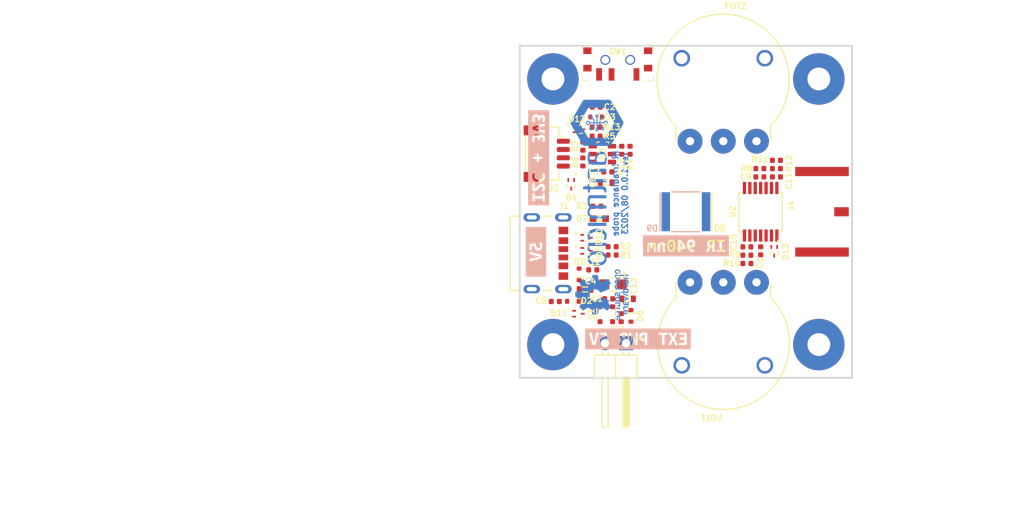
<source format=kicad_pcb>
(kicad_pcb (version 20211014) (generator pcbnew)
  (layers (0 "F.Cu" signal) (31 "B.Cu" signal) (34 "B.Paste" user) (35 "F.Paste" user) (36 "B.SilkS" user "B.Silkscreen") (37 "F.SilkS" user "F.Silkscreen") (38 "B.Mask" user) (39 "F.Mask" user) (44 "Edge.Cuts" user))
  (net 0 "")
  (net 1 "GND")
  (net 2 "/5V_FILTERED")
  (net 3 "Net-(D1-Pad1)")
  (net 4 "Net-(C3-Pad2)")
  (net 5 "+3.3VA")
  (net 6 "Net-(U3-Pad3)")
  (net 7 "/SELECTED_IR_SIG_FILTERED")
  (net 8 "Net-(C10-Pad1)")
  (net 9 "/IR_900nm_OP_AMP_OUT")
  (net 10 "Net-(C11-Pad1)")
  (net 11 "/5V_USB")
  (net 12 "/5V_PWR_SUPPLY")
  (net 13 "/3V3_JST")
  (net 14 "/SDA")
  (net 15 "/SCL")
  (net 16 "Net-(D7-Pad2)")
  (net 17 "Net-(D5-Pad1)")
  (net 18 "Net-(D5-Pad2)")
  (net 19 "Net-(J4-Pad1)")
  (net 20 "Net-(POT1-Pad1)")
  (net 21 "Net-(POT2-Pad1)")
  (net 22 "/ADC_IR_SIG_IN")
  (net 23 "/SELECTED_IR_SIG")
  (net 25 "/IR_940nm_OP_AMP_OUT")
  (net 26 "Net-(R13-Pad2)")
  (footprint "ir-irradiance-probe-footprints:SOD-523" (layer "F.Cu") (at 83.39 102.54 -90)
    (fp_text reference "D6" (at 0.78 -1.51 90) (layer "F.SilkS") (effects (font (size 0.7 0.7)) (justify left bottom)))
    (fp_text value "RB521S30T1G")
    (pad "1" smd roundrect (at -0.701 0 270) (size 0.5 0.6) (layers "F.Cu" "F.Paste" "F.Mask") (net 5 "+3.3VA"))
    (pad "2" smd roundrect (at 0.699 0 270) (size 0.5 0.6) (layers "F.Cu" "F.Paste" "F.Mask") (net 4 "Net-(C3-Pad2)"))
  )
  (footprint "ir-irradiance-probe-footprints:POT_R0141-2" (layer "F.Cu") (at 98.5 98.5 180)
    (fp_text reference "POT1" (at 4.025 -15.862 180 unlocked) (layer "F.SilkS") (effects (font (size 0.7 0.7)) (justify left bottom)))
    (fp_text value "POT_100k_R0141-2-100k")
    (pad "" np_thru_hole circle (at -1 -10 180) (size 2 2) (drill 1.4) (layers F&B.Cu *.Mask))
    (pad "" np_thru_hole circle (at 8.999 -10 180) (size 2 2) (drill 1.4) (layers F&B.Cu *.Mask))
    (pad "1" thru_hole circle (at 0 0 180) (size 3 3) (drill 1) (layers *.Cu *.Mask) (net 20 "Net-(POT1-Pad1)"))
    (pad "2" thru_hole circle (at 3.998 0 180) (size 3 3) (drill 1) (layers *.Cu *.Mask) (net 9 "/IR_900nm_OP_AMP_OUT"))
    (pad "3" thru_hole circle (at 7.999 0 180) (size 3 3) (drill 1) (layers *.Cu *.Mask) (net 9 "/IR_900nm_OP_AMP_OUT"))
  )
  (footprint "ir-irradiance-probe-footprints:SOD-523" (layer "F.Cu") (at 76.41 100.79 180)
    (fp_text reference "D2" (at -0.87 -0.34 180) (layer "F.SilkS") (effects (font (size 0.7 0.7)) (justify left bottom)))
    (fp_text value "RB521S30T1G")
    (pad "1" smd roundrect (at -0.701 0 180) (size 0.5 0.6) (layers "F.Cu" "F.Paste" "F.Mask") (net 3 "Net-(D1-Pad1)"))
    (pad "2" smd roundrect (at 0.699 0 180) (size 0.5 0.6) (layers "F.Cu" "F.Paste" "F.Mask") (net 12 "/5V_PWR_SUPPLY"))
  )
  (footprint "ir-irradiance-probe-footprints:Photodiode_SMD_4.2x5mm_TEMD" (layer "F.Cu") (at 90 90)
    (fp_text reference "D8" (at 3.3 2.4) (layer "F.SilkS") (effects (font (size 0.7 0.7)) (justify left bottom)))
    (fp_text value "TEMD5020X01")
    (pad "1" smd rect (at -2.425 0 90) (size 4.7 1) (layers "F.Cu" "F.Paste" "F.Mask") (net 1 "GND"))
    (pad "2" smd rect (at 2.424 0 90) (size 4.7 1) (layers "F.Cu" "F.Paste" "F.Mask") (net 8 "Net-(C10-Pad1)"))
  )
  (footprint "ir-irradiance-probe-footprints:C_0402_1005Metric" (layer "F.Cu") (at 80.6 85.2)
    (fp_text reference "C7" (at -2.4 0.4) (layer "F.SilkS") (effects (font (size 0.7 0.7)) (justify left bottom)))
    (fp_text value "C_100n_0402")
    (pad "1" smd roundrect (at -0.484 0) (size 0.59 0.64) (layers "F.Cu" "F.Paste" "F.Mask") (net 1 "GND"))
    (pad "2" smd roundrect (at 0.484 0) (size 0.59 0.64) (layers "F.Cu" "F.Paste" "F.Mask") (net 5 "+3.3VA"))
  )
  (footprint "ir-irradiance-probe-footprints:TPD2E009DRTR" (layer "F.Cu") (at 78.04 93.13)
    (fp_text reference "D10" (at 1.53 -0.08 90) (layer "F.SilkS") (effects (font (size 0.7 0.7))))
    (fp_text value "PESD5V0S2BQA" hide)
    (pad "1" smd rect locked (at -0.52 -0.35) (size 0.46 0.2) (layers "F.Cu" "F.Paste" "F.Mask") (net 11 "/5V_USB"))
    (pad "2" smd rect locked (at -0.52 0.35) (size 0.46 0.2) (layers "F.Cu" "F.Paste" "F.Mask") (net 11 "/5V_USB"))
    (pad "3" smd rect locked (at 0.52 0) (size 0.46 0.2) (layers "F.Cu" "F.Paste" "F.Mask") (net 1 "GND"))
  )
  (footprint "ir-irradiance-probe-footprints:USB-C_UJC-HP-3-SMT-TR" (layer "F.Cu") (at 72.5 95 -90)
    (fp_text reference "J1" (at -5.3 -3.5 180) (layer "F.SilkS") (effects (font (size 0.7 0.7)) (justify right bottom)))
    (fp_text value "USB-C_UJC-HP-3-SMT-TR")
    (pad "A5" smd rect (at -0.5 -2.755) (size 1.15 0.7) (layers "F.Cu" "F.Paste" "F.Mask") (net 17 "Net-(D5-Pad1)"))
    (pad "A9" smd rect (at 1.517 -2.755) (size 1.15 0.8) (layers "F.Cu" "F.Paste" "F.Mask") (net 11 "/5V_USB"))
    (pad "A12" smd rect (at 2.749 -2.755) (size 1.15 0.9) (layers "F.Cu" "F.Paste" "F.Mask") (net 1 "GND"))
    (pad "B5" smd rect (at 0.497 -2.755) (size 1.15 0.7) (layers "F.Cu" "F.Paste" "F.Mask") (net 18 "Net-(D5-Pad2)"))
    (pad "B9" smd rect (at -1.52 -2.755) (size 1.15 0.8) (layers "F.Cu" "F.Paste" "F.Mask") (net 11 "/5V_USB"))
    (pad "B12" smd rect (at -2.75 -2.755) (size 1.15 0.9) (layers "F.Cu" "F.Paste" "F.Mask") (net 1 "GND"))
    (pad "SH" thru_hole oval (at 4.32 1.047 270) (size 1 2) (drill oval 0.5 1.2) (layers *.Cu *.Mask) (net 1 "GND"))
    (pad "SH" thru_hole oval (at -4.321 -2.75 270) (size 1 2) (drill oval 0.5 1.2) (layers *.Cu *.Mask) (net 1 "GND"))
    (pad "SH" thru_hole oval (at 4.32 -2.75 270) (size 1 2) (drill oval 0.5 1.2) (layers *.Cu *.Mask) (net 1 "GND"))
    (pad "SH" thru_hole oval (at -4.321 1.047 270) (size 1 2) (drill oval 0.5 1.2) (layers *.Cu *.Mask) (net 1 "GND"))
  )
  (footprint "ir-irradiance-probe-footprints:SOD-523" (layer "F.Cu") (at 79.2 78.58 180)
    (fp_text reference "D3" (at -2.44 -0.43 180) (layer "F.SilkS") (effects (font (size 0.7 0.7)) (justify right bottom)))
    (fp_text value "RB521S30T1G")
    (pad "1" smd roundrect (at -0.701 0 180) (size 0.5 0.6) (layers "F.Cu" "F.Paste" "F.Mask") (net 5 "+3.3VA"))
    (pad "2" smd roundrect (at 0.699 0 180) (size 0.5 0.6) (layers "F.Cu" "F.Paste" "F.Mask") (net 13 "/3V3_JST"))
  )
  (footprint "ir-irradiance-probe-footprints:R_0402_1005Metric" (layer "F.Cu") (at 98.9 84.8 180)
    (fp_text reference "R8" (at 2.4 -0.4) (layer "F.SilkS") (effects (font (size 0.7 0.7)) (justify left bottom)))
    (fp_text value "R_1k_0402")
    (pad "1" smd roundrect (at -0.485 0 180) (size 0.59 0.64) (layers "F.Cu" "F.Paste" "F.Mask") (net 23 "/SELECTED_IR_SIG"))
    (pad "2" smd roundrect (at 0.485 0 180) (size 0.59 0.64) (layers "F.Cu" "F.Paste" "F.Mask") (net 7 "/SELECTED_IR_SIG_FILTERED"))
  )
  (footprint "ir-irradiance-probe-footprints:R_0402_1005Metric" (layer "F.Cu") (at 77.6 82.1 90)
    (fp_text reference "R7" (at -0.76 -0.47 90) (layer "F.SilkS") (effects (font (size 0.7 0.7)) (justify left bottom)))
    (fp_text value "R_5k1_0402")
    (pad "1" smd roundrect (at -0.485 0 90) (size 0.59 0.64) (layers "F.Cu" "F.Paste" "F.Mask") (net 15 "/SCL"))
    (pad "2" smd roundrect (at 0.485 0 90) (size 0.59 0.64) (layers "F.Cu" "F.Paste" "F.Mask") (net 5 "+3.3VA"))
  )
  (footprint "ir-irradiance-probe-footprints:Switch_Slide_MSS3" (layer "F.Cu") (at 81.8 71.7 180)
    (fp_text reference "SW1" (at 0 1 180) (layer "F.SilkS") (effects (font (size 0.7 0.7))))
    (fp_text value "MSS3-V-T_R")
    (pad "" thru_hole circle locked (at -1.5 0 180) (size 1.2 1.2) (drill 0.9) (layers *.Cu *.Mask))
    (pad "" thru_hole circle locked (at 1.5 0 180) (size 1.2 1.2) (drill 0.9) (layers *.Cu *.Mask))
    (pad "0" smd rect locked (at -3.65 -1 180) (size 1 0.8) (layers "F.Cu" "F.Paste" "F.Mask"))
    (pad "0" smd rect locked (at -3.65 1.1 180) (size 1 0.8) (layers "F.Cu" "F.Paste" "F.Mask"))
    (pad "0" smd rect locked (at 3.65 1.1 180) (size 1 0.8) (layers "F.Cu" "F.Paste" "F.Mask"))
    (pad "0" smd rect locked (at 3.65 -1 180) (size 1 0.8) (layers "F.Cu" "F.Paste" "F.Mask"))
    (pad "1" smd rect locked (at -2.25 -1.75 180) (size 0.7 1.5) (layers "F.Cu" "F.Paste" "F.Mask") (net 9 "/IR_900nm_OP_AMP_OUT"))
    (pad "2" smd rect locked (at 0.75 -1.75 180) (size 0.7 1.5) (layers "F.Cu" "F.Paste" "F.Mask") (net 23 "/SELECTED_IR_SIG"))
    (pad "3" smd rect locked (at 2.25 -1.75 180) (size 0.7 1.5) (layers "F.Cu" "F.Paste" "F.Mask") (net 25 "/IR_940nm_OP_AMP_OUT"))
  )
  (footprint "ir-irradiance-probe-footprints:TPD2E009DRTR" (layer "F.Cu") (at 78.04 94.71)
    (fp_text reference "D5" (at 1.54 0.1 90) (layer "F.SilkS") (effects (font (size 0.7 0.7))))
    (fp_text value "PESD5V0S2BQA" hide)
    (pad "1" smd rect locked (at -0.52 -0.35) (size 0.46 0.2) (layers "F.Cu" "F.Paste" "F.Mask") (net 17 "Net-(D5-Pad1)"))
    (pad "2" smd rect locked (at -0.52 0.35) (size 0.46 0.2) (layers "F.Cu" "F.Paste" "F.Mask") (net 18 "Net-(D5-Pad2)"))
    (pad "3" smd rect locked (at 0.52 0) (size 0.46 0.2) (layers "F.Cu" "F.Paste" "F.Mask") (net 1 "GND"))
  )
  (footprint "ir-irradiance-probe-footprints:C_0402_1005Metric" (layer "F.Cu") (at 82.21 102.76 -90)
    (fp_text reference "C3" (at 1.83 1.18 180) (layer "F.SilkS") (effects (font (size 0.7 0.7)) (justify left bottom)))
    (fp_text value "C_1u_0402")
    (pad "1" smd roundrect (at -0.484 0 270) (size 0.59 0.64) (layers "F.Cu" "F.Paste" "F.Mask") (net 1 "GND"))
    (pad "2" smd roundrect (at 0.484 0 270) (size 0.59 0.64) (layers "F.Cu" "F.Paste" "F.Mask") (net 4 "Net-(C3-Pad2)"))
  )
  (footprint "antmicro-footprints:C_0402_1005Metric" (layer "F.Cu") (at 74.28 100.81)
    (fp_text reference "C8" (at -2.47 0.32) (layer "F.SilkS") (effects (font (size 0.7 0.7)) (justify left bottom)))
    (fp_text value "C_100n_0402")
    (pad "1" smd roundrect (at -0.484 0) (size 0.59 0.64) (layers "F.Cu" "F.Paste" "F.Mask") (net 1 "GND"))
    (pad "2" smd roundrect (at 0.484 0) (size 0.59 0.64) (layers "F.Cu" "F.Paste" "F.Mask") (net 12 "/5V_PWR_SUPPLY"))
  )
  (footprint "ir-irradiance-probe-footprints:mounting-hole-2.75mm-M2.5_D6.2mm_PTH" (layer "F.Cu") (at 106 106)
    (fp_text reference "MP2" hide)
    (fp_text value "PCB_Mount_Hole_2.5_6.2")
    (pad "1" thru_hole circle (at 0 0) (size 6.2 6.2) (drill 2.75) (layers *.Cu *.Mask))
  )
  (footprint "ir-irradiance-probe-footprints:PinHeader_1x02_P2.54mm_Horizontal" (layer "F.Cu") (at 82.8 105.831 -90)
    (fp_text reference "J3" (at -1 -1.9 90) (layer "F.SilkS") (effects (font (size 0.7 0.7)) (justify right bottom)))
    (fp_text value "PinHeader_1x2_P2.54mm_Drill1.1mm_Horizontal")
    (pad "1" thru_hole rect (at 0 0 270) (size 1.7 1.7) (drill 1) (layers *.Cu *.Mask) (net 1 "GND"))
    (pad "2" thru_hole oval (at 0 2.539 270) (size 1.7 1.7) (drill 1) (layers *.Cu *.Mask) (net 12 "/5V_PWR_SUPPLY"))
  )
  (footprint "ir-irradiance-probe-footprints:Conn_BNC_031-70526-21" (layer "F.Cu") (at 116.6 90 90)
    (fp_text reference "J4" (at 0 -13.5 90 unlocked) (layer "F.SilkS") (effects (font (size 0.7 0.7)) (justify left bottom)))
    (fp_text value "Conn_BNC_031-70526-21")
    (pad "1" smd rect (at 0 -7.872 90) (size 1.1 1.75) (layers "F.Cu" "F.Paste" "F.Mask") (net 19 "Net-(J4-Pad1)"))
    (pad "2" smd rect (at 4.849 -10.221 90) (size 1.1 6.45) (layers "F.Cu" "F.Paste" "F.Mask") (net 1 "GND"))
    (pad "2" smd rect (at -4.851 -10.221 90) (size 1.1 6.45) (layers "F.Cu" "F.Paste" "F.Mask") (net 1 "GND"))
  )
  (footprint "ir-irradiance-probe-footprints:C_0402_1005Metric" (layer "F.Cu") (at 99 94.7 -90)
    (fp_text reference "C5" (at 0.72 -0.37 -90) (layer "F.SilkS") (effects (font (size 0.7 0.7)) (justify right bottom)))
    (fp_text value "C_100n_0402")
    (pad "1" smd roundrect (at -0.484 0 270) (size 0.59 0.64) (layers "F.Cu" "F.Paste" "F.Mask") (net 5 "+3.3VA"))
    (pad "2" smd roundrect (at 0.484 0 270) (size 0.59 0.64) (layers "F.Cu" "F.Paste" "F.Mask") (net 1 "GND"))
  )
  (footprint "ir-irradiance-probe-footprints:R_0402_1005Metric" (layer "F.Cu") (at 100.9 84.8)
    (fp_text reference "R12" (at 1.9 0.5 90) (layer "F.SilkS") (effects (font (size 0.7 0.7)) (justify left bottom)))
    (fp_text value "R_47k_0402")
    (pad "1" smd roundrect (at -0.485 0) (size 0.59 0.64) (layers "F.Cu" "F.Paste" "F.Mask") (net 10 "Net-(C11-Pad1)"))
    (pad "2" smd roundrect (at 0.485 0) (size 0.59 0.64) (layers "F.Cu" "F.Paste" "F.Mask") (net 25 "/IR_940nm_OP_AMP_OUT"))
  )
  (footprint "antmicro-footprints:C_0402_1005Metric" (layer "F.Cu") (at 79.22 77.38 180)
    (fp_text reference "C2" (at -2.39 -0.41) (layer "F.SilkS") (effects (font (size 0.7 0.7)) (justify right bottom)))
    (fp_text value "C_100n_0402")
    (pad "1" smd roundrect (at -0.484 0 180) (size 0.59 0.64) (layers "F.Cu" "F.Paste" "F.Mask") (net 1 "GND"))
    (pad "2" smd roundrect (at 0.484 0 180) (size 0.59 0.64) (layers "F.Cu" "F.Paste" "F.Mask") (net 13 "/3V3_JST"))
  )
  (footprint "ir-irradiance-probe-footprints:C_0402_1005Metric" (layer "F.Cu") (at 100.9 85.8)
    (fp_text reference "C11" (at 1.9 1.6 90) (layer "F.SilkS") (effects (font (size 0.7 0.7)) (justify left bottom)))
    (fp_text value "C_180p_0402")
    (pad "1" smd roundrect (at -0.484 0) (size 0.59 0.64) (layers "F.Cu" "F.Paste" "F.Mask") (net 10 "Net-(C11-Pad1)"))
    (pad "2" smd roundrect (at 0.484 0) (size 0.59 0.64) (layers "F.Cu" "F.Paste" "F.Mask") (net 25 "/IR_940nm_OP_AMP_OUT"))
  )
  (footprint "ir-irradiance-probe-footprints:SOT-23-6" (layer "F.Cu") (at 80 83.047 90)
    (fp_text reference "U3" (at -0.753 0.4 270) (layer "F.SilkS") (effects (font (size 0.7 0.7)) (justify left bottom)))
    (fp_text value "ADC101C027CIMK")
    (fp_text user "." (at -1.4 1.2 90) (layer "F.SilkS"))
    (pad "1" smd roundrect (at -0.954 1.1 90) (size 0.55 1) (layers "F.Cu" "F.Paste" "F.Mask") (roundrect_rratio 0.15) (net 5 "+3.3VA"))
    (pad "2" smd roundrect (at -0.003 1.1 90) (size 0.55 1) (layers "F.Cu" "F.Paste" "F.Mask") (roundrect_rratio 0.15) (net 1 "GND"))
    (pad "3" smd roundrect (at 0.947 1.1 90) (size 0.55 1) (layers "F.Cu" "F.Paste" "F.Mask") (roundrect_rratio 0.15) (net 6 "Net-(U3-Pad3)"))
    (pad "4" smd roundrect (at 0.947 -1.214 90) (size 0.55 1) (layers "F.Cu" "F.Paste" "F.Mask") (roundrect_rratio 0.15) (net 26 "Net-(R13-Pad2)"))
    (pad "5" smd roundrect (at -0.003 -1.214 90) (size 0.55 1) (layers "F.Cu" "F.Paste" "F.Mask") (roundrect_rratio 0.15) (net 15 "/SCL"))
    (pad "6" smd roundrect (at -0.954 -1.214 90) (size 0.55 1) (layers "F.Cu" "F.Paste" "F.Mask") (roundrect_rratio 0.15) (net 14 "/SDA"))
  )
  (footprint "ir-irradiance-probe-footprints:POT_R0141-2" (layer "F.Cu") (at 90.5 81.5)
    (fp_text reference "POT2" (at 4.025 -15.862 unlocked) (layer "F.SilkS") (effects (font (size 0.7 0.7)) (justify left bottom)))
    (fp_text value "POT_100k_R0141-2-100k")
    (pad "" np_thru_hole circle (at 8.999 -10) (size 2 2) (drill 1.4) (layers F&B.Cu *.Mask))
    (pad "" np_thru_hole circle (at -1 -10) (size 2 2) (drill 1.4) (layers F&B.Cu *.Mask))
    (pad "1" thru_hole circle (at 0 0) (size 3 3) (drill 1) (layers *.Cu *.Mask) (net 21 "Net-(POT2-Pad1)"))
    (pad "2" thru_hole circle (at 3.998 0) (size 3 3) (drill 1) (layers *.Cu *.Mask) (net 25 "/IR_940nm_OP_AMP_OUT"))
    (pad "3" thru_hole circle (at 7.999 0) (size 3 3) (drill 1) (layers *.Cu *.Mask) (net 25 "/IR_940nm_OP_AMP_OUT"))
  )
  (footprint "ir-irradiance-probe-footprints:R_0402_1005Metric" (layer "F.Cu") (at 100.9 83.8)
    (fp_text reference "R11" (at -3.1 0.3) (layer "F.SilkS") (effects (font (size 0.7 0.7)) (justify left bottom)))
    (fp_text value "R_10k_0402")
    (pad "1" smd roundrect (at -0.485 0) (size 0.59 0.64) (layers "F.Cu" "F.Paste" "F.Mask") (net 10 "Net-(C11-Pad1)"))
    (pad "2" smd roundrect (at 0.485 0) (size 0.59 0.64) (layers "F.Cu" "F.Paste" "F.Mask") (net 21 "Net-(POT2-Pad1)"))
  )
  (footprint "ir-irradiance-probe-footprints:TSSOP-14_4.4x5mm_P0.65mm" (layer "F.Cu") (at 99 90 90)
    (fp_text reference "U2" (at -0.8 -3.4 90) (layer "F.SilkS") (effects (font (size 0.7 0.7)) (justify left)))
    (fp_text value "AD8604ARUZ")
    (fp_text user "." (at -3.7 -2.8 90) (layer "F.SilkS") (effects (justify left)))
    (pad "1" smd roundrect (at -2.863 -1.95 90) (size 1.475 0.4) (layers "F.Cu" "F.Paste" "F.Mask") (net 9 "/IR_900nm_OP_AMP_OUT"))
    (pad "2" smd roundrect (at -2.863 -1.301 90) (size 1.475 0.4) (layers "F.Cu" "F.Paste" "F.Mask") (net 8 "Net-(C10-Pad1)"))
    (pad "3" smd roundrect (at -2.863 -0.652 90) (size 1.475 0.4) (layers "F.Cu" "F.Paste" "F.Mask") (net 1 "GND"))
    (pad "4" smd roundrect (at -2.863 0 90) (size 1.475 0.4) (layers "F.Cu" "F.Paste" "F.Mask") (net 5 "+3.3VA"))
    (pad "5" smd roundrect (at -2.863 0.65 90) (size 1.475 0.4) (layers "F.Cu" "F.Paste" "F.Mask") (net 23 "/SELECTED_IR_SIG"))
    (pad "6" smd roundrect (at -2.863 1.3 90) (size 1.475 0.4) (layers "F.Cu" "F.Paste" "F.Mask") (net 19 "Net-(J4-Pad1)"))
    (pad "7" smd roundrect (at -2.863 1.949 90) (size 1.475 0.4) (layers "F.Cu" "F.Paste" "F.Mask") (net 19 "Net-(J4-Pad1)"))
    (pad "8" smd roundrect (at 2.862 1.949 90) (size 1.475 0.4) (layers "F.Cu" "F.Paste" "F.Mask") (net 25 "/IR_940nm_OP_AMP_OUT"))
    (pad "9" smd roundrect (at 2.862 1.3 90) (size 1.475 0.4) (layers "F.Cu" "F.Paste" "F.Mask") (net 10 "Net-(C11-Pad1)"))
    (pad "10" smd roundrect (at 2.862 0.65 90) (size 1.475 0.4) (layers "F.Cu" "F.Paste" "F.Mask") (net 1 "GND"))
    (pad "11" smd roundrect (at 2.862 0 90) (size 1.475 0.4) (layers "F.Cu" "F.Paste" "F.Mask") (net 1 "GND"))
    (pad "12" smd roundrect (at 2.862 -0.652 90) (size 1.475 0.4) (layers "F.Cu" "F.Paste" "F.Mask") (net 7 "/SELECTED_IR_SIG_FILTERED"))
    (pad "13" smd roundrect (at 2.862 -1.301 90) (size 1.475 0.4) (layers "F.Cu" "F.Paste" "F.Mask") (net 22 "/ADC_IR_SIG_IN"))
    (pad "14" smd roundrect (at 2.862 -1.95 90) (size 1.475 0.4) (layers "F.Cu" "F.Paste" "F.Mask") (net 22 "/ADC_IR_SIG_IN"))
  )
  (footprint "ir-irradiance-probe-footprints:R_0402_1005Metric" (layer "F.Cu") (at 81.13 95.21)
    (fp_text reference "R1" (at 0.9 0.4) (layer "F.SilkS") (effects (font (size 0.7 0.7)) (justify left bottom)))
    (fp_text value "R_5k1_0402")
    (pad "1" smd roundrect (at -0.485 0) (size 0.59 0.64) (layers "F.Cu" "F.Paste" "F.Mask") (net 18 "Net-(D5-Pad2)"))
    (pad "2" smd roundrect (at 0.485 0) (size 0.59 0.64) (layers "F.Cu" "F.Paste" "F.Mask") (net 1 "GND"))
  )
  (footprint "antmicro-footprints:L_0805_2012Metric" (layer "F.Cu") (at 81.23 98.75)
    (fp_text reference "L1" (at 0.4 -0.8) (layer "F.SilkS") (effects (font (size 0.7 0.7)) (justify left bottom)))
    (fp_text value "L_4u7_0.3A_0805")
    (pad "1" smd rect (at -1.05 0) (size 1.2 1.2) (layers "F.Cu" "F.Paste" "F.Mask") (net 3 "Net-(D1-Pad1)"))
    (pad "2" smd rect (at 1.05 0) (size 1.2 1.2) (layers "F.Cu" "F.Paste" "F.Mask") (net 2 "/5V_FILTERED"))
  )
  (footprint "ir-irradiance-probe-footprints:mounting-hole-2.75mm-M2.5_D6.2mm_PTH" (layer "F.Cu") (at 106 74)
    (fp_text reference "MP4" hide)
    (fp_text value "PCB_Mount_Hole_2.5_6.2")
    (pad "1" thru_hole circle (at 0 0) (size 6.2 6.2) (drill 2.75) (layers *.Cu *.Mask))
  )
  (footprint "ir-irradiance-probe-footprints:C_0402_1005Metric" (layer "F.Cu") (at 97.34 94.23 180)
    (fp_text reference "C10" (at 1.17 1.65 90) (layer "F.SilkS") (effects (font (size 0.7 0.7)) (justify right bottom)))
    (fp_text value "C_180p_0402")
    (pad "1" smd roundrect (at -0.484 0 180) (size 0.59 0.64) (layers "F.Cu" "F.Paste" "F.Mask") (net 8 "Net-(C10-Pad1)"))
    (pad "2" smd roundrect (at 0.484 0 180) (size 0.59 0.64) (layers "F.Cu" "F.Paste" "F.Mask") (net 9 "/IR_900nm_OP_AMP_OUT"))
  )
  (footprint "ir-irradiance-probe-footprints:mounting-hole-2.75mm-M2.5_D6.2mm_PTH" (layer "F.Cu") (at 74 74)
    (fp_text reference "MP1" hide)
    (fp_text value "PCB_Mount_Hole_2.5_6.2")
    (pad "1" thru_hole circle (at 0 0) (size 6.2 6.2) (drill 2.75) (layers *.Cu *.Mask))
  )
  (footprint "antmicro-footprints:C_0402_1005Metric" (layer "F.Cu") (at 82.28 82.59 90)
    (fp_text reference "C14" (at -3.1 0.37 90) (layer "F.SilkS") (effects (font (size 0.7 0.7)) (justify left bottom)))
    (fp_text value "C_15n_0402")
    (pad "1" smd roundrect (at -0.484 0 90) (size 0.59 0.64) (layers "F.Cu" "F.Paste" "F.Mask") (net 1 "GND"))
    (pad "2" smd roundrect (at 0.484 0 90) (size 0.59 0.64) (layers "F.Cu" "F.Paste" "F.Mask") (net 6 "Net-(U3-Pad3)"))
  )
  (footprint "ir-irradiance-probe-footprints:mounting-hole-2.75mm-M2.5_D6.2mm_PTH" (layer "F.Cu") (at 74 106)
    (fp_text reference "MP3" hide)
    (fp_text value "PCB_Mount_Hole_2.5_6.2")
    (pad "1" thru_hole circle (at 0 0) (size 6.2 6.2) (drill 2.75) (layers *.Cu *.Mask))
  )
  (footprint "antmicro-footprints:R_0402_1005Metric" (layer "F.Cu") (at 83.28 82.59 -90)
    (fp_text reference "R4" (at 0.92 -0.4 90) (layer "F.SilkS") (effects (font (size 0.7 0.7)) (justify right bottom)))
    (fp_text value "R_1k_0402")
    (pad "1" smd roundrect (at -0.485 0 270) (size 0.59 0.64) (layers "F.Cu" "F.Paste" "F.Mask") (net 6 "Net-(U3-Pad3)"))
    (pad "2" smd roundrect (at 0.485 0 270) (size 0.59 0.64) (layers "F.Cu" "F.Paste" "F.Mask") (net 22 "/ADC_IR_SIG_IN"))
  )
  (footprint "ir-irradiance-probe-footprints:SM04B-SRSS-TB-LF-SN" (layer "F.Cu") (at 72.8 83 -90)
    (fp_text reference "J2" (at 4.6 -2 -180) (layer "F.SilkS") (effects (font (size 0.7 0.7)) (justify right bottom)))
    (fp_text value "SM04B-SRSS-TB-LF-SN")
    (pad "1" smd roundrect (at -1.5 -2.45 90) (size 0.6 1.55) (layers "F.Cu" "F.Paste" "F.Mask") (net 1 "GND"))
    (pad "2" smd roundrect (at -0.5 -2.45 90) (size 0.6 1.55) (layers "F.Cu" "F.Paste" "F.Mask") (net 13 "/3V3_JST"))
    (pad "3" smd roundrect (at 0.498 -2.45 90) (size 0.6 1.55) (layers "F.Cu" "F.Paste" "F.Mask") (net 14 "/SDA"))
    (pad "4" smd roundrect (at 1.499 -2.45 90) (size 0.6 1.55) (layers "F.Cu" "F.Paste" "F.Mask") (net 15 "/SCL"))
    (pad "S1" smd roundrect (at -2.801 1.426 270) (size 1.2 1.8) (layers "F.Cu" "F.Paste" "F.Mask") (roundrect_rratio 0.05) (net 1 "GND"))
    (pad "S2" smd roundrect (at 2.798 1.426 270) (size 1.2 1.8) (layers "F.Cu" "F.Paste" "F.Mask") (roundrect_rratio 0.05) (net 1 "GND"))
  )
  (footprint "ir-irradiance-probe-footprints:R_0402_1005Metric" (layer "F.Cu") (at 79.3 89.34 180)
    (fp_text reference "R3" (at 2.6 -0.4) (layer "F.SilkS") (effects (font (size 0.7 0.7)) (justify left bottom)))
    (fp_text value "R_1k2_0402")
    (pad "1" smd roundrect (at -0.485 0 180) (size 0.59 0.64) (layers "F.Cu" "F.Paste" "F.Mask") (net 1 "GND"))
    (pad "2" smd roundrect (at 0.485 0 180) (size 0.59 0.64) (layers "F.Cu" "F.Paste" "F.Mask") (net 16 "Net-(D7-Pad2)"))
  )
  (footprint "ir-irradiance-probe-footprints:C_0402_1005Metric" (layer "F.Cu") (at 98.9 85.8 180)
    (fp_text reference "C9" (at 0.9 -0.4) (layer "F.SilkS") (effects (font (size 0.7 0.7)) (justify right bottom)))
    (fp_text value "C_1n5_0402")
    (pad "1" smd roundrect (at -0.484 0 180) (size 0.59 0.64) (layers "F.Cu" "F.Paste" "F.Mask") (net 1 "GND"))
    (pad "2" smd roundrect (at 0.484 0 180) (size 0.59 0.64) (layers "F.Cu" "F.Paste" "F.Mask") (net 7 "/SELECTED_IR_SIG_FILTERED"))
  )
  (footprint "ir-irradiance-probe-footprints:TPD2E009DRTR" (layer "F.Cu") (at 100.63 94.76 -90)
    (fp_text reference "D13" (at 0.08 -1.35 90) (layer "F.SilkS") (effects (font (size 0.7 0.7))))
    (fp_text value "PESD5V0S2BQA" hide)
    (pad "1" smd rect locked (at -0.52 -0.35 270) (size 0.46 0.2) (layers "F.Cu" "F.Paste" "F.Mask") (net 19 "Net-(J4-Pad1)"))
    (pad "2" smd rect locked (at -0.52 0.35 270) (size 0.46 0.2) (layers "F.Cu" "F.Paste" "F.Mask") (net 19 "Net-(J4-Pad1)"))
    (pad "3" smd rect locked (at 0.52 0 270) (size 0.46 0.2) (layers "F.Cu" "F.Paste" "F.Mask") (net 1 "GND"))
  )
  (footprint "ir-irradiance-probe-footprints:C_0402_1005Metric" (layer "F.Cu") (at 80.7 100.494)
    (fp_text reference "C1" (at -0.6 0.376) (layer "F.SilkS") (effects (font (size 0.7 0.7)) (justify right bottom)))
    (fp_text value "C_1u_0402")
    (pad "1" smd roundrect (at -0.484 0) (size 0.59 0.64) (layers "F.Cu" "F.Paste" "F.Mask") (net 1 "GND"))
    (pad "2" smd roundrect (at 0.484 0) (size 0.59 0.64) (layers "F.Cu" "F.Paste" "F.Mask") (net 2 "/5V_FILTERED"))
  )
  (footprint "antmicro-footprints:C_0402_1005Metric" (layer "F.Cu") (at 78.79 97 180)
    (fp_text reference "C12" (at -1.06 0.56) (layer "F.SilkS") (effects (font (size 0.7 0.7)) (justify right bottom)))
    (fp_text value "C_100n_0402")
    (pad "1" smd roundrect (at -0.484 0 180) (size 0.59 0.64) (layers "F.Cu" "F.Paste" "F.Mask") (net 1 "GND"))
    (pad "2" smd roundrect (at 0.484 0 180) (size 0.59 0.64) (layers "F.Cu" "F.Paste" "F.Mask") (net 11 "/5V_USB"))
  )
  (footprint "ir-irradiance-probe-footprints:R_0402_1005Metric" (layer "F.Cu") (at 79.2 80.9 180)
    (fp_text reference "R5" (at -2.4 -0.4) (layer "F.SilkS") (effects (font (size 0.7 0.7)) (justify right bottom)))
    (fp_text value "R_0R_0402")
    (pad "1" smd roundrect (at -0.485 0 180) (size 0.59 0.64) (layers "F.Cu" "F.Paste" "F.Mask") (net 1 "GND"))
    (pad "2" smd roundrect (at 0.485 0 180) (size 0.59 0.64) (layers "F.Cu" "F.Paste" "F.Mask") (net 26 "Net-(R13-Pad2)"))
  )
  (footprint "ir-irradiance-probe-footprints:SC-70-5" (layer "F.Cu") (at 80.415949 102.335 180)
    (fp_text reference "U1" (at 1.4 -0.8 90) (layer "F.SilkS") (effects (font (size 0.7 0.7)) (justify left bottom)))
    (fp_text value "TLV70033_SC70")
    (pad "1" smd roundrect (at -0.756 0.893 270) (size 0.6 0.6) (layers "F.Cu" "F.Paste" "F.Mask") (net 2 "/5V_FILTERED"))
    (pad "2" smd roundrect (at -0.006 0.893 270) (size 0.6 0.4) (layers "F.Cu" "F.Paste" "F.Mask") (net 1 "GND"))
    (pad "3" smd roundrect (at 0.743 0.893 270) (size 0.6 0.6) (layers "F.Cu" "F.Paste" "F.Mask") (net 2 "/5V_FILTERED"))
    (pad "4" smd roundrect (at 0.743 -0.907 270) (size 0.6 0.6) (layers "F.Cu" "F.Paste" "F.Mask"))
    (pad "5" smd roundrect (at -0.756 -0.907 270) (size 0.6 0.6) (layers "F.Cu" "F.Paste" "F.Mask") (net 4 "Net-(C3-Pad2)"))
  )
  (footprint "ir-irradiance-probe-footprints:SOD-523" (layer "F.Cu") (at 77.15 97.54 90)
    (fp_text reference "D1" (at 1.13 -0.75 180) (layer "F.SilkS") (effects (font (size 0.7 0.7)) (justify left bottom)))
    (fp_text value "RB521S30T1G")
    (pad "1" smd roundrect (at -0.701 0 90) (size 0.5 0.6) (layers "F.Cu" "F.Paste" "F.Mask") (net 3 "Net-(D1-Pad1)"))
    (pad "2" smd roundrect (at 0.699 0 90) (size 0.5 0.6) (layers "F.Cu" "F.Paste" "F.Mask") (net 11 "/5V_USB"))
  )
  (footprint "ir-irradiance-probe-footprints:LED_0603_1608Metric_G" (layer "F.Cu") (at 79.585 90.84 180)
    (fp_text reference "D7" (at 2.885 -0.4) (layer "F.SilkS") (effects (font (size 0.7 0.7)) (justify left bottom)))
    (fp_text value "LED_G_0603_LTST-C190GKT")
    (pad "1" smd rect (at -0.75 0) (size 0.8 0.8) (layers "F.Cu" "F.Paste" "F.Mask") (net 5 "+3.3VA"))
    (pad "2" smd rect (at 0.75 0) (size 0.8 0.8) (layers "F.Cu" "F.Paste" "F.Mask") (net 16 "Net-(D7-Pad2)"))
  )
  (footprint "ir-irradiance-probe-footprints:TPD2E009DRTR" (layer "F.Cu") (at 76.2 86.7 -90)
    (fp_text reference "D4" (at 1.6 0 180) (layer "F.SilkS") (effects (font (size 0.7 0.7))))
    (fp_text value "PESD5V0S2BQA" hide)
    (pad "1" smd rect locked (at -0.52 -0.35 270) (size 0.46 0.2) (layers "F.Cu" "F.Paste" "F.Mask") (net 14 "/SDA"))
    (pad "2" smd rect locked (at -0.52 0.35 270) (size 0.46 0.2) (layers "F.Cu" "F.Paste" "F.Mask") (net 15 "/SCL"))
    (pad "3" smd rect locked (at 0.52 0 270) (size 0.46 0.2) (layers "F.Cu" "F.Paste" "F.Mask") (net 1 "GND"))
  )
  (footprint "ir-irradiance-probe-footprints:TPD2E009DRTR" (layer "F.Cu") (at 77.13 80.07)
    (fp_text reference "D12" (at -0.23 -1.25) (layer "F.SilkS") (effects (font (size 0.7 0.7))))
    (fp_text value "PESD5V0S2BQA" hide)
    (pad "1" smd rect locked (at -0.52 -0.35) (size 0.46 0.2) (layers "F.Cu" "F.Paste" "F.Mask") (net 13 "/3V3_JST"))
    (pad "2" smd rect locked (at -0.52 0.35) (size 0.46 0.2) (layers "F.Cu" "F.Paste" "F.Mask") (net 13 "/3V3_JST"))
    (pad "3" smd rect locked (at 0.52 0) (size 0.46 0.2) (layers "F.Cu" "F.Paste" "F.Mask") (net 1 "GND"))
  )
  (footprint "ir-irradiance-probe-footprints:TPD2E009DRTR" (layer "F.Cu") (at 77.07 102.28)
    (fp_text reference "D11" (at -2.34 -0.07) (layer "F.SilkS") (effects (font (size 0.7 0.7))))
    (fp_text value "PESD5V0S2BQA" hide)
    (pad "1" smd rect locked (at -0.52 -0.35) (size 0.46 0.2) (layers "F.Cu" "F.Paste" "F.Mask") (net 12 "/5V_PWR_SUPPLY"))
    (pad "2" smd rect locked (at -0.52 0.35) (size 0.46 0.2) (layers "F.Cu" "F.Paste" "F.Mask") (net 12 "/5V_PWR_SUPPLY"))
    (pad "3" smd rect locked (at 0.52 0) (size 0.46 0.2) (layers "F.Cu" "F.Paste" "F.Mask") (net 1 "GND"))
  )
  (footprint "ir-irradiance-probe-footprints:R_0402_1005Metric" (layer "F.Cu") (at 79.2 79.8 180)
    (fp_text reference "R13" (at -3 -0.4) (layer "F.SilkS") (effects (font (size 0.7 0.7)) (justify right bottom)))
    (fp_text value "R_0R_0402")
    (pad "1" smd roundrect (at -0.485 0 180) (size 0.59 0.64) (layers "F.Cu" "F.Paste" "F.Mask") (net 5 "+3.3VA"))
    (pad "2" smd roundrect (at 0.485 0 180) (size 0.59 0.64) (layers "F.Cu" "F.Paste" "F.Mask") (net 26 "Net-(R13-Pad2)"))
  )
  (footprint "antmicro-footprints:C_0603_1608Metric" (layer "F.Cu") (at 82.98 100.49 180)
    (fp_text reference "C13" (at -1.13 2.64 90) (layer "F.SilkS") (effects (font (size 0.7 0.7)) (justify right bottom)))
    (fp_text value "C_10u_16V_0603")
    (pad "1" smd roundrect (at -0.7 0 180) (size 0.6 0.8) (layers "F.Cu" "F.Paste" "F.Mask") (roundrect_rratio 0.2) (net 1 "GND"))
    (pad "2" smd roundrect (at 0.7 0 180) (size 0.6 0.8) (layers "F.Cu" "F.Paste" "F.Mask") (roundrect_rratio 0.2) (net 2 "/5V_FILTERED"))
  )
  (footprint "antmicro-footprints:C_0603_1608Metric" (layer "F.Cu") (at 77.87 99.36)
    (fp_text reference "C4" (at -0.13 -0.59) (layer "F.SilkS") (effects (font (size 0.7 0.7)) (justify left bottom)))
    (fp_text value "C_10u_16V_0603")
    (pad "1" smd roundrect (at -0.7 0) (size 0.6 0.8) (layers "F.Cu" "F.Paste" "F.Mask") (roundrect_rratio 0.2) (net 1 "GND"))
    (pad "2" smd roundrect (at 0.7 0) (size 0.6 0.8) (layers "F.Cu" "F.Paste" "F.Mask") (roundrect_rratio 0.2) (net 3 "Net-(D1-Pad1)"))
  )
  (footprint "ir-irradiance-probe-footprints:R_0402_1005Metric" (layer "F.Cu") (at 97.34 95.23 180)
    (fp_text reference "R9" (at 2.24 -0.36) (layer "F.SilkS") (effects (font (size 0.7 0.7)) (justify left bottom)))
    (fp_text value "R_10k_0402")
    (pad "1" smd roundrect (at -0.485 0 180) (size 0.59 0.64) (layers "F.Cu" "F.Paste" "F.Mask") (net 8 "Net-(C10-Pad1)"))
    (pad "2" smd roundrect (at 0.485 0 180) (size 0.59 0.64) (layers "F.Cu" "F.Paste" "F.Mask") (net 20 "Net-(POT1-Pad1)"))
  )
  (footprint "kibuzzard-64C24E37" (layer "F.Cu") (at 90 94.1)
    (fp_text reference "kibuzzard-64C24E37" hide)
    (fp_text value "G***" hide)
  )
  (footprint "ir-irradiance-probe-footprints:R_0402_1005Metric" (layer "F.Cu") (at 81.13 94.21 180)
    (fp_text reference "R2" (at -2.4 -0.4) (layer "F.SilkS") (effects (font (size 0.7 0.7)) (justify right bottom)))
    (fp_text value "R_5k1_0402")
    (pad "1" smd roundrect (at -0.485 0 180) (size 0.59 0.64) (layers "F.Cu" "F.Paste" "F.Mask") (net 1 "GND"))
    (pad "2" smd roundrect (at 0.485 0 180) (size 0.59 0.64) (layers "F.Cu" "F.Paste" "F.Mask") (net 17 "Net-(D5-Pad1)"))
  )
  (footprint "ir-irradiance-probe-footprints:C_0603_1608Metric" (layer "F.Cu") (at 80.4 86.5)
    (fp_text reference "C6" (at -1.2 0.7 90) (layer "F.SilkS") (effects (font (size 0.7 0.7)) (justify left bottom)))
    (fp_text value "C_4u7_0603")
    (pad "1" smd roundrect (at -0.7 0) (size 0.6 0.8) (layers "F.Cu" "F.Paste" "F.Mask") (roundrect_rratio 0.2) (net 1 "GND"))
    (pad "2" smd roundrect (at 0.7 0) (size 0.6 0.8) (layers "F.Cu" "F.Paste" "F.Mask") (roundrect_rratio 0.2) (net 5 "+3.3VA"))
  )
  (footprint "ir-irradiance-probe-footprints:R_0402_1005Metric" (layer "F.Cu") (at 97.34 96.23 180)
    (fp_text reference "R10" (at 0.7 -0.37 180) (layer "F.SilkS") (effects (font (size 0.7 0.7)) (justify right bottom)))
    (fp_text value "R_47k_0402")
    (pad "1" smd roundrect (at -0.485 0 180) (size 0.59 0.64) (layers "F.Cu" "F.Paste" "F.Mask") (net 8 "Net-(C10-Pad1)"))
    (pad "2" smd roundrect (at 0.485 0 180) (size 0.59 0.64) (layers "F.Cu" "F.Paste" "F.Mask") (net 9 "/IR_900nm_OP_AMP_OUT"))
  )
  (footprint "ir-irradiance-probe-footprints:R_0402_1005Metric" (layer "F.Cu") (at 77.6 84 -90)
    (fp_text reference "R6" (at -0.78 0.47 90) (layer "F.SilkS") (effects (font (size 0.7 0.7)) (justify right bottom)))
    (fp_text value "R_5k1_0402")
    (pad "1" smd roundrect (at -0.485 0 270) (size 0.59 0.64) (layers "F.Cu" "F.Paste" "F.Mask") (net 14 "/SDA"))
    (pad "2" smd roundrect (at 0.485 0 270) (size 0.59 0.64) (layers "F.Cu" "F.Paste" "F.Mask") (net 5 "+3.3VA"))
  )
  (footprint "ir-irradiance-probe-footprints:oshw-logo" (layer "B.Cu") (at 79.9 100 -90)
    (fp_text reference "N2" hide)
    (fp_text value "oshw_logo" hide)
    (fp_poly (pts (xy 0.063 3.201) (xy 0.118 3.201) (xy 0.164 3.201) (xy 0.202 3.2) (xy 0.233 3.2) (xy 0.258 3.2) (xy 0.277 3.199) (xy 0.292 3.198) (xy 0.302 3.197) (xy 0.309 3.196) (xy 0.314 3.195) (xy 0.317 3.193) (xy 0.319 3.192) (xy 0.321 3.189) (xy 0.324 3.183) (xy 0.327 3.174) (xy 0.33 3.161) (xy 0.334 3.144) (xy 0.339 3.12) (xy 0.345 3.091) (xy 0.352 3.054) (xy 0.361 3.01) (xy 0.371 2.958) (xy 0.382 2.897) (xy 0.385 2.878) (xy 0.395 2.824) (xy 0.405 2.772) (xy 0.414 2.724) (xy 0.423 2.68) (xy 0.43 2.642) (xy 0.437 2.61) (xy 0.442 2.586) (xy 0.446 2.569) (xy 0.448 2.562) (xy 0.456 2.55) (xy 0.464 2.544) (xy 0.476 2.539) (xy 0.495 2.53) (xy 0.521 2.519) (xy 0.552 2.506) (xy 0.587 2.492) (xy 0.624 2.477) (xy 0.664 2.461) (xy 0.704 2.445) (xy 0.743 2.43) (xy 0.78 2.415) (xy 0.814 2.402) (xy 0.843 2.391) (xy 0.868 2.382) (xy 0.885 2.376) (xy 0.895 2.373) (xy 0.896 2.373) (xy 0.911 2.376) (xy 0.931 2.386) (xy 0.948 2.397) (xy 0.962 2.406) (xy 0.983 2.421) (xy 1.011 2.44) (xy 1.043 2.462) (xy 1.079 2.487) (xy 1.118 2.513) (xy 1.158 2.541) (xy 1.198 2.568) (xy 1.238 2.595) (xy 1.275 2.621) (xy 1.309 2.644) (xy 1.338 2.665) (xy 1.362 2.681) (xy 1.377 2.691) (xy 1.398 2.705) (xy 1.418 2.717) (xy 1.433 2.725) (xy 1.442 2.728) (xy 1.443 2.728) (xy 1.448 2.726) (xy 1.456 2.72) (xy 1.468 2.71) (xy 1.486 2.694) (xy 1.508 2.673) (xy 1.535 2.647) (xy 1.568 2.614) (xy 1.608 2.575) (xy 1.654 2.53) (xy 1.675 2.509) (xy 1.721 2.462) (xy 1.761 2.422) (xy 1.794 2.388) (xy 1.822 2.36) (xy 1.844 2.337) (xy 1.862 2.318) (xy 1.875 2.304) (xy 1.884 2.293) (xy 1.89 2.284) (xy 1.893 2.279) (xy 1.894 2.275) (xy 1.892 2.269) (xy 1.886 2.257) (xy 1.875 2.239) (xy 1.86 2.215) (xy 1.839 2.183) (xy 1.814 2.145) (xy 1.783 2.1) (xy 1.747 2.046) (xy 1.721 2.009) (xy 1.69 1.964) (xy 1.661 1.921) (xy 1.634 1.88) (xy 1.609 1.844) (xy 1.588 1.811) (xy 1.57 1.785) (xy 1.557 1.764) (xy 1.549 1.75) (xy 1.546 1.743) (xy 1.547 1.735) (xy 1.552 1.719) (xy 1.56 1.696) (xy 1.571 1.667) (xy 1.585 1.634) (xy 1.6 1.597) (xy 1.616 1.557) (xy 1.633 1.516) (xy 1.651 1.476) (xy 1.668 1.436) (xy 1.685 1.398) (xy 1.701 1.363) (xy 1.715 1.333) (xy 1.727 1.309) (xy 1.736 1.291) (xy 1.742 1.281) (xy 1.744 1.279) (xy 1.751 1.277) (xy 1.767 1.273) (xy 1.791 1.268) (xy 1.822 1.261) (xy 1.86 1.254) (xy 1.903 1.245) (xy 1.951 1.236) (xy 2.002 1.226) (xy 2.049 1.217) (xy 2.103 1.207) (xy 2.154 1.198) (xy 2.201 1.188) (xy 2.244 1.18) (xy 2.281 1.173) (xy 2.311 1.166) (xy 2.335 1.161) (xy 2.35 1.157) (xy 2.355 1.156) (xy 2.367 1.148) (xy 2.367 0.834) (xy 2.367 0.768) (xy 2.367 0.712) (xy 2.367 0.664) (xy 2.366 0.625) (xy 2.366 0.592) (xy 2.365 0.566) (xy 2.364 0.546) (xy 2.363 0.531) (xy 2.361 0.52) (xy 2.358 0.512) (xy 2.355 0.507) (xy 2.352 0.504) (xy 2.348 0.503) (xy 2.343 0.501) (xy 2.34 0.501) (xy 2.333 0.499) (xy 2.317 0.496) (xy 2.293 0.492) (xy 2.261 0.486) (xy 2.224 0.479) (xy 2.181 0.471) (xy 2.134 0.462) (xy 2.084 0.453) (xy 2.054 0.448) (xy 2.002 0.438) (xy 1.953 0.429) (xy 1.907 0.42) (xy 1.866 0.412) (xy 1.831 0.404) (xy 1.802 0.398) (xy 1.78 0.394) (xy 1.767 0.391) (xy 1.764 0.39) (xy 1.76 0.387) (xy 1.757 0.384) (xy 1.753 0.379) (xy 1.748 0.371) (xy 1.742 0.36) (xy 1.735 0.344) (xy 1.726 0.324) (xy 1.715 0.297) (xy 1.701 0.264) (xy 1.685 0.223) (xy 1.665 0.174) (xy 1.653 0.145) (xy 1.63 0.086) (xy 1.61 0.037) (xy 1.594 -0.005) (xy 1.582 -0.038) (xy 1.572 -0.064) (xy 1.566 -0.084) (xy 1.562 -0.097) (xy 1.561 -0.104) (xy 1.562 -0.105) (xy 1.565 -0.111) (xy 1.574 -0.125) (xy 1.587 -0.146) (xy 1.604 -0.173) (xy 1.626 -0.205) (xy 1.65 -0.241) (xy 1.677 -0.281) (xy 1.706 -0.324) (xy 1.729 -0.358) (xy 1.768 -0.413) (xy 1.8 -0.461) (xy 1.827 -0.502) (xy 1.85 -0.535) (xy 1.867 -0.562) (xy 1.88 -0.583) (xy 1.889 -0.598) (xy 1.893 -0.608) (xy 1.894 -0.612) (xy 1.893 -0.616) (xy 1.89 -0.622) (xy 1.885 -0.63) (xy 1.876 -0.64) (xy 1.863 -0.655) (xy 1.846 -0.673) (xy 1.825 -0.695) (xy 1.798 -0.723) (xy 1.765 -0.756) (xy 1.727 -0.795) (xy 1.682 -0.839) (xy 1.635 -0.886) (xy 1.595 -0.926) (xy 1.561 -0.96) (xy 1.532 -0.989) (xy 1.508 -1.012) (xy 1.488 -1.03) (xy 1.473 -1.044) (xy 1.461 -1.054) (xy 1.452 -1.061) (xy 1.445 -1.065) (xy 1.44 -1.066) (xy 1.438 -1.066) (xy 1.433 -1.064) (xy 1.421 -1.055) (xy 1.401 -1.043) (xy 1.376 -1.026) (xy 1.345 -1.005) (xy 1.31 -0.981) (xy 1.27 -0.954) (xy 1.228 -0.925) (xy 1.193 -0.901) (xy 1.138 -0.864) (xy 1.089 -0.83) (xy 1.046 -0.802) (xy 1.01 -0.778) (xy 0.981 -0.759) (xy 0.96 -0.746) (xy 0.946 -0.738) (xy 0.94 -0.736) (xy 0.932 -0.738) (xy 0.917 -0.745) (xy 0.895 -0.755) (xy 0.869 -0.768) (xy 0.84 -0.783) (xy 0.816 -0.795) (xy 0.781 -0.814) (xy 0.753 -0.828) (xy 0.732 -0.838) (xy 0.717 -0.845) (xy 0.707 -0.849) (xy 0.699 -0.85) (xy 0.694 -0.849) (xy 0.691 -0.847) (xy 0.687 -0.84) (xy 0.682 -0.829) (xy 0.674 -0.814) (xy 0.665 -0.793) (xy 0.653 -0.767) (xy 0.639 -0.735) (xy 0.623 -0.696) (xy 0.604 -0.651) (xy 0.582 -0.598) (xy 0.556 -0.538) (xy 0.528 -0.469) (xy 0.496 -0.391) (xy 0.47 -0.329) (xy 0.436 -0.247) (xy 0.406 -0.173) (xy 0.379 -0.108) (xy 0.355 -0.05) (xy 0.335 0) (xy 0.317 0.043) (xy 0.303 0.079) (xy 0.291 0.11) (xy 0.281 0.135) (xy 0.273 0.155) (xy 0.268 0.171) (xy 0.264 0.183) (xy 0.262 0.191) (xy 0.262 0.196) (xy 0.262 0.198) (xy 0.269 0.207) (xy 0.283 0.219) (xy 0.302 0.233) (xy 0.303 0.234) (xy 0.354 0.268) (xy 0.398 0.3) (xy 0.435 0.331) (xy 0.469 0.363) (xy 0.5 0.397) (xy 0.507 0.405) (xy 0.556 0.472) (xy 0.596 0.543) (xy 0.627 0.619) (xy 0.643 0.672) (xy 0.651 0.718) (xy 0.657 0.77) (xy 0.66 0.824) (xy 0.659 0.878) (xy 0.654 0.927) (xy 0.652 0.936) (xy 0.634 1.015) (xy 0.607 1.09) (xy 0.571 1.161) (xy 0.528 1.227) (xy 0.477 1.287) (xy 0.419 1.341) (xy 0.355 1.387) (xy 0.285 1.426) (xy 0.21 1.456) (xy 0.205 1.458) (xy 0.131 1.477) (xy 0.054 1.487) (xy -0.025 1.489) (xy -0.103 1.482) (xy -0.178 1.466) (xy -0.206 1.458) (xy -0.281 1.428) (xy -0.351 1.39) (xy -0.416 1.344) (xy -0.474 1.29) (xy -0.526 1.23) (xy -0.571 1.164) (xy -0.607 1.093) (xy -0.63 1.034) (xy -0.649 0.96) (xy -0.659 0.883) (xy -0.661 0.804) (xy -0.654 0.726) (xy -0.638 0.651) (xy -0.63 0.623) (xy -0.618 0.591) (xy -0.602 0.554) (xy -0.584 0.518) (xy -0.566 0.485) (xy -0.553 0.463) (xy -0.509 0.407) (xy -0.457 0.352) (xy -0.397 0.299) (xy -0.33 0.25) (xy -0.289 0.224) (xy -0.273 0.212) (xy -0.263 0.2) (xy -0.262 0.197) (xy -0.263 0.19) (xy -0.268 0.175) (xy -0.277 0.151) (xy -0.288 0.121) (xy -0.302 0.084) (xy -0.319 0.042) (xy -0.338 -0.005) (xy -0.358 -0.056) (xy -0.381 -0.111) (xy -0.404 -0.168) (xy -0.428 -0.228) (xy -0.453 -0.288) (xy -0.478 -0.349) (xy -0.504 -0.41) (xy -0.529 -0.47) (xy -0.553 -0.527) (xy -0.576 -0.583) (xy -0.598 -0.635) (xy -0.619 -0.683) (xy -0.638 -0.727) (xy -0.655 -0.765) (xy -0.669 -0.797) (xy -0.68 -0.822) (xy -0.689 -0.839) (xy -0.694 -0.848) (xy -0.695 -0.849) (xy -0.699 -0.85) (xy -0.706 -0.849) (xy -0.717 -0.845) (xy -0.732 -0.839) (xy -0.752 -0.829) (xy -0.779 -0.815) (xy -0.814 -0.797) (xy -0.817 -0.795) (xy -0.848 -0.779) (xy -0.877 -0.764) (xy -0.902 -0.752) (xy -0.922 -0.743) (xy -0.936 -0.737) (xy -0.941 -0.736) (xy -0.949 -0.739) (xy -0.964 -0.748) (xy -0.987 -0.761) (xy -1.015 -0.78) (xy -1.05 -0.803) (xy -1.072 -0.818) (xy -1.138 -0.863) (xy -1.195 -0.903) (xy -1.245 -0.937) (xy -1.289 -0.966) (xy -1.325 -0.991) (xy -1.356 -1.012) (xy -1.381 -1.029) (xy -1.401 -1.042) (xy -1.416 -1.052) (xy -1.427 -1.059) (xy -1.435 -1.064) (xy -1.439 -1.066) (xy -1.44 -1.066) (xy -1.449 -1.064) (xy -1.453 -1.061) (xy -1.458 -1.057) (xy -1.47 -1.046) (xy -1.487 -1.029) (xy -1.509 -1.007) (xy -1.537 -0.98) (xy -1.568 -0.95) (xy -1.602 -0.915) (xy -1.639 -0.879) (xy -1.678 -0.84) (xy -1.678 -0.839) (xy -1.726 -0.792) (xy -1.767 -0.751) (xy -1.801 -0.716) (xy -1.829 -0.687) (xy -1.852 -0.663) (xy -1.869 -0.644) (xy -1.882 -0.63) (xy -1.89 -0.62) (xy -1.894 -0.613) (xy -1.895 -0.61) (xy -1.892 -0.603) (xy -1.884 -0.588) (xy -1.87 -0.565) (xy -1.85 -0.536) (xy -1.826 -0.499) (xy -1.797 -0.455) (xy -1.763 -0.405) (xy -1.73 -0.358) (xy -1.7 -0.313) (xy -1.671 -0.271) (xy -1.645 -0.232) (xy -1.621 -0.197) (xy -1.601 -0.166) (xy -1.584 -0.141) (xy -1.572 -0.121) (xy -1.565 -0.109) (xy -1.563 -0.105) (xy -1.563 -0.099) (xy -1.566 -0.087) (xy -1.572 -0.07) (xy -1.58 -0.045) (xy -1.592 -0.013) (xy -1.607 0.026) (xy -1.626 0.074) (xy -1.648 0.13) (xy -1.654 0.145) (xy -1.676 0.199) (xy -1.695 0.245) (xy -1.71 0.282) (xy -1.723 0.313) (xy -1.733 0.337) (xy -1.741 0.356) (xy -1.748 0.369) (xy -1.753 0.379) (xy -1.758 0.385) (xy -1.761 0.388) (xy -1.763 0.389) (xy -1.767 0.39) (xy -1.774 0.392) (xy -1.784 0.395) (xy -1.799 0.398) (xy -1.818 0.402) (xy -1.843 0.407) (xy -1.873 0.413) (xy -1.91 0.42) (xy -1.954 0.429) (xy -2.005 0.438) (xy -2.065 0.449) (xy -2.133 0.462) (xy -2.211 0.477) (xy -2.22 0.478) (xy -2.26 0.486) (xy -2.29 0.491) (xy -2.313 0.496) (xy -2.33 0.499) (xy -2.341 0.502) (xy -2.349 0.504) (xy -2.353 0.506) (xy -2.356 0.508) (xy -2.359 0.51) (xy -2.36 0.511) (xy -2.361 0.514) (xy -2.363 0.518) (xy -2.364 0.526) (xy -2.365 0.536) (xy -2.366 0.551) (xy -2.366 0.571) (xy -2.367 0.597) (xy -2.367 0.629) (xy -2.368 0.668) (xy -2.368 0.715) (xy -2.368 0.771) (xy -2.368 0.834) (xy -2.368 1.148) (xy -2.356 1.155) (xy -2.349 1.158) (xy -2.333 1.162) (xy -2.309 1.167) (xy -2.278 1.173) (xy -2.24 1.181) (xy -2.197 1.189) (xy -2.149 1.198) (xy -2.098 1.208) (xy -2.051 1.217) (xy -1.996 1.227) (xy -1.945 1.237) (xy -1.897 1.246) (xy -1.854 1.254) (xy -1.817 1.262) (xy -1.787 1.268) (xy -1.764 1.273) (xy -1.75 1.277) (xy -1.745 1.279) (xy -1.741 1.285) (xy -1.733 1.3) (xy -1.722 1.322) (xy -1.709 1.35) (xy -1.694 1.382) (xy -1.677 1.419) (xy -1.66 1.458) (xy -1.642 1.498) (xy -1.625 1.539) (xy -1.608 1.58) (xy -1.592 1.618) (xy -1.578 1.653) (xy -1.565 1.684) (xy -1.556 1.709) (xy -1.549 1.729) (xy -1.546 1.74) (xy -1.546 1.742) (xy -1.549 1.749) (xy -1.558 1.763) (xy -1.571 1.784) (xy -1.588 1.811) (xy -1.61 1.843) (xy -1.634 1.88) (xy -1.661 1.92) (xy -1.691 1.963) (xy -1.722 2.008) (xy -1.762 2.067) (xy -1.796 2.117) (xy -1.825 2.16) (xy -1.848 2.196) (xy -1.867 2.225) (xy -1.881 2.247) (xy -1.89 2.262) (xy -1.895 2.272) (xy -1.895 2.275) (xy -1.894 2.279) (xy -1.891 2.285) (xy -1.884 2.293) (xy -1.875 2.305) (xy -1.861 2.32) (xy -1.843 2.339) (xy -1.82 2.363) (xy -1.792 2.392) (xy -1.758 2.426) (xy -1.718 2.466) (xy -1.676 2.509) (xy -1.627 2.557) (xy -1.585 2.599) (xy -1.549 2.634) (xy -1.52 2.663) (xy -1.495 2.686) (xy -1.476 2.704) (xy -1.462 2.716) (xy -1.452 2.724) (xy -1.446 2.728) (xy -1.444 2.728) (xy -1.437 2.726) (xy -1.423 2.717) (xy -1.401 2.703) (xy -1.372 2.685) (xy -1.337 2.661) (xy -1.295 2.634) (xy -1.248 2.602) (xy -1.196 2.566) (xy -1.173 2.551) (xy -1.118 2.513) (xy -1.071 2.481) (xy -1.031 2.454) (xy -0.998 2.432) (xy -0.97 2.413) (xy -0.948 2.399) (xy -0.931 2.389) (xy -0.917 2.381) (xy -0.907 2.376) (xy -0.901 2.373) (xy -0.897 2.373) (xy -0.888 2.375) (xy -0.87 2.38) (xy -0.845 2.39) (xy -0.813 2.402) (xy -0.774 2.417) (xy -0.73 2.434) (xy -0.681 2.454) (xy -0.629 2.475) (xy -0.586 2.493) (xy -0.55 2.508) (xy -0.522 2.52) (xy -0.499 2.529) (xy -0.482 2.537) (xy -0.47 2.543) (xy -0.461 2.548) (xy -0.455 2.551) (xy -0.452 2.554) (xy -0.449 2.557) (xy -0.448 2.56) (xy -0.447 2.566) (xy -0.443 2.582) (xy -0.438 2.605) (xy -0.432 2.637) (xy -0.425 2.674) (xy -0.417 2.717) (xy -0.407 2.765) (xy -0.398 2.817) (xy -0.388 2.871) (xy -0.387 2.876) (xy -0.375 2.94) (xy -0.364 2.995) (xy -0.356 3.042) (xy -0.348 3.081) (xy -0.342 3.112) (xy -0.337 3.137) (xy -0.332 3.157) (xy -0.328 3.171) (xy -0.325 3.181) (xy -0.323 3.188) (xy -0.32 3.191) (xy -0.32 3.192) (xy -0.317 3.194) (xy -0.313 3.195) (xy -0.307 3.197) (xy -0.298 3.198) (xy -0.286 3.199) (xy -0.269 3.199) (xy -0.247 3.2) (xy -0.219 3.2) (xy -0.184 3.201) (xy -0.142 3.201) (xy -0.092 3.201) (xy -0.033 3.201) (xy -0.001 3.201) (xy 0.063 3.201)) (layer "B.Cu") (width 0.01) (fill solid))
    (fp_poly (pts (xy -1.494 -1.56) (xy -1.447 -1.576) (xy -1.405 -1.6) (xy -1.368 -1.633) (xy -1.341 -1.668) (xy -1.326 -1.692) (xy -1.316 -1.716) (xy -1.308 -1.743) (xy -1.302 -1.774) (xy -1.299 -1.811) (xy -1.297 -1.845) (xy -1.294 -1.925) (xy -1.692 -1.925) (xy -1.692 -1.942) (xy -1.687 -1.977) (xy -1.673 -2.011) (xy -1.65 -2.039) (xy -1.626 -2.059) (xy -1.601 -2.071) (xy -1.572 -2.078) (xy -1.537 -2.079) (xy -1.497 -2.074) (xy -1.458 -2.06) (xy -1.422 -2.036) (xy -1.421 -2.036) (xy -1.402 -2.021) (xy -1.359 -2.057) (xy -1.342 -2.072) (xy -1.327 -2.085) (xy -1.317 -2.094) (xy -1.314 -2.098) (xy -1.316 -2.103) (xy -1.324 -2.113) (xy -1.338 -2.126) (xy -1.354 -2.139) (xy -1.372 -2.152) (xy -1.389 -2.163) (xy -1.399 -2.168) (xy -1.421 -2.178) (xy -1.445 -2.187) (xy -1.461 -2.191) (xy -1.488 -2.196) (xy -1.522 -2.199) (xy -1.557 -2.199) (xy -1.591 -2.196) (xy -1.62 -2.192) (xy -1.629 -2.19) (xy -1.677 -2.171) (xy -1.718 -2.146) (xy -1.752 -2.114) (xy -1.779 -2.074) (xy -1.8 -2.026) (xy -1.802 -2.02) (xy -1.81 -1.989) (xy -1.815 -1.951) (xy -1.818 -1.908) (xy -1.819 -1.865) (xy -1.818 -1.823) (xy -1.816 -1.804) (xy -1.692 -1.804) (xy -1.692 -1.818) (xy -1.428 -1.818) (xy -1.428 -1.801) (xy -1.432 -1.775) (xy -1.442 -1.748) (xy -1.457 -1.722) (xy -1.469 -1.707) (xy -1.495 -1.688) (xy -1.526 -1.676) (xy -1.56 -1.672) (xy -1.593 -1.676) (xy -1.619 -1.685) (xy -1.646 -1.704) (xy -1.668 -1.73) (xy -1.683 -1.76) (xy -1.691 -1.792) (xy -1.692 -1.804) (xy -1.816 -1.804) (xy -1.814 -1.786) (xy -1.812 -1.777) (xy -1.797 -1.724) (xy -1.775 -1.676) (xy -1.747 -1.636) (xy -1.713 -1.603) (xy -1.673 -1.578) (xy -1.629 -1.561) (xy -1.597 -1.554) (xy -1.544 -1.552) (xy -1.494 -1.56)) (layer "B.Cu") (width 0.01) (fill solid))
    (fp_poly (pts (xy 2.316 -1.557) (xy 2.365 -1.57) (xy 2.41 -1.593) (xy 2.453 -1.625) (xy 2.46 -1.631) (xy 2.491 -1.661) (xy 2.466 -1.684) (xy 2.448 -1.699) (xy 2.43 -1.715) (xy 2.419 -1.725) (xy 2.397 -1.743) (xy 2.376 -1.724) (xy 2.345 -1.701) (xy 2.312 -1.687) (xy 2.274 -1.681) (xy 2.265 -1.681) (xy 2.226 -1.684) (xy 2.195 -1.693) (xy 2.167 -1.708) (xy 2.159 -1.715) (xy 2.136 -1.741) (xy 2.118 -1.776) (xy 2.107 -1.817) (xy 2.103 -1.866) (xy 2.103 -1.876) (xy 2.106 -1.926) (xy 2.116 -1.97) (xy 2.132 -2.006) (xy 2.155 -2.034) (xy 2.184 -2.055) (xy 2.219 -2.067) (xy 2.259 -2.072) (xy 2.274 -2.071) (xy 2.309 -2.066) (xy 2.339 -2.056) (xy 2.366 -2.038) (xy 2.377 -2.028) (xy 2.386 -2.02) (xy 2.393 -2.016) (xy 2.4 -2.015) (xy 2.409 -2.018) (xy 2.42 -2.027) (xy 2.436 -2.041) (xy 2.456 -2.059) (xy 2.491 -2.092) (xy 2.476 -2.108) (xy 2.449 -2.132) (xy 2.416 -2.155) (xy 2.38 -2.174) (xy 2.35 -2.186) (xy 2.327 -2.193) (xy 2.306 -2.197) (xy 2.283 -2.199) (xy 2.259 -2.199) (xy 2.233 -2.198) (xy 2.209 -2.196) (xy 2.189 -2.193) (xy 2.182 -2.191) (xy 2.133 -2.173) (xy 2.089 -2.146) (xy 2.053 -2.112) (xy 2.023 -2.071) (xy 2.012 -2.051) (xy 2 -2.023) (xy 1.991 -1.999) (xy 1.984 -1.975) (xy 1.981 -1.948) (xy 1.979 -1.917) (xy 1.978 -1.879) (xy 1.978 -1.877) (xy 1.979 -1.838) (xy 1.98 -1.806) (xy 1.984 -1.78) (xy 1.99 -1.756) (xy 1.999 -1.731) (xy 2.011 -1.704) (xy 2.012 -1.701) (xy 2.039 -1.657) (xy 2.072 -1.62) (xy 2.111 -1.591) (xy 2.156 -1.57) (xy 2.207 -1.557) (xy 2.263 -1.552) (xy 2.316 -1.557)) (layer "B.Cu") (width 0.01) (fill solid))
    (fp_poly (pts (xy 0.605 -1.558) (xy 0.651 -1.574) (xy 0.694 -1.598) (xy 0.728 -1.627) (xy 0.75 -1.652) (xy 0.768 -1.678) (xy 0.781 -1.707) (xy 0.791 -1.739) (xy 0.797 -1.777) (xy 0.801 -1.822) (xy 0.802 -1.876) (xy 0.802 -1.877) (xy 0.801 -1.929) (xy 0.798 -1.973) (xy 0.792 -2.009) (xy 0.784 -2.04) (xy 0.774 -2.062) (xy 0.748 -2.103) (xy 0.715 -2.139) (xy 0.675 -2.167) (xy 0.632 -2.187) (xy 0.626 -2.189) (xy 0.599 -2.195) (xy 0.567 -2.198) (xy 0.532 -2.199) (xy 0.499 -2.197) (xy 0.471 -2.193) (xy 0.466 -2.192) (xy 0.428 -2.177) (xy 0.391 -2.155) (xy 0.359 -2.129) (xy 0.354 -2.123) (xy 0.332 -2.098) (xy 0.316 -2.073) (xy 0.303 -2.047) (xy 0.294 -2.017) (xy 0.287 -1.983) (xy 0.284 -1.943) (xy 0.282 -1.894) (xy 0.282 -1.877) (xy 0.409 -1.877) (xy 0.41 -1.918) (xy 0.412 -1.95) (xy 0.416 -1.976) (xy 0.423 -1.997) (xy 0.432 -2.015) (xy 0.445 -2.03) (xy 0.451 -2.037) (xy 0.471 -2.054) (xy 0.491 -2.064) (xy 0.514 -2.07) (xy 0.543 -2.072) (xy 0.569 -2.07) (xy 0.59 -2.065) (xy 0.601 -2.06) (xy 0.625 -2.047) (xy 0.642 -2.031) (xy 0.656 -2.009) (xy 0.661 -1.998) (xy 0.665 -1.989) (xy 0.668 -1.98) (xy 0.67 -1.969) (xy 0.671 -1.954) (xy 0.672 -1.935) (xy 0.673 -1.909) (xy 0.673 -1.877) (xy 0.673 -1.842) (xy 0.672 -1.817) (xy 0.671 -1.798) (xy 0.67 -1.784) (xy 0.668 -1.773) (xy 0.665 -1.764) (xy 0.661 -1.755) (xy 0.647 -1.73) (xy 0.632 -1.712) (xy 0.612 -1.698) (xy 0.601 -1.693) (xy 0.569 -1.683) (xy 0.535 -1.681) (xy 0.501 -1.686) (xy 0.471 -1.7) (xy 0.447 -1.719) (xy 0.434 -1.736) (xy 0.424 -1.753) (xy 0.417 -1.774) (xy 0.412 -1.8) (xy 0.41 -1.833) (xy 0.409 -1.873) (xy 0.409 -1.877) (xy 0.282 -1.877) (xy 0.283 -1.824) (xy 0.286 -1.78) (xy 0.292 -1.742) (xy 0.301 -1.711) (xy 0.313 -1.683) (xy 0.33 -1.657) (xy 0.35 -1.633) (xy 0.351 -1.632) (xy 0.385 -1.601) (xy 0.42 -1.578) (xy 0.46 -1.563) (xy 0.505 -1.554) (xy 0.555 -1.551) (xy 0.605 -1.558)) (layer "B.Cu") (width 0.01) (fill solid))
    (fp_poly (pts (xy 2.148 -2.561) (xy 2.193 -2.574) (xy 2.235 -2.595) (xy 2.273 -2.623) (xy 2.304 -2.657) (xy 2.326 -2.691) (xy 2.338 -2.718) (xy 2.346 -2.745) (xy 2.352 -2.774) (xy 2.355 -2.808) (xy 2.357 -2.85) (xy 2.357 -2.858) (xy 2.357 -2.931) (xy 1.96 -2.931) (xy 1.963 -2.955) (xy 1.973 -2.993) (xy 1.991 -3.026) (xy 2.015 -3.053) (xy 2.039 -3.069) (xy 2.057 -3.076) (xy 2.08 -3.08) (xy 2.103 -3.082) (xy 2.144 -3.081) (xy 2.18 -3.071) (xy 2.214 -3.054) (xy 2.227 -3.045) (xy 2.24 -3.035) (xy 2.25 -3.029) (xy 2.253 -3.027) (xy 2.258 -3.03) (xy 2.269 -3.039) (xy 2.284 -3.05) (xy 2.3 -3.064) (xy 2.315 -3.078) (xy 2.329 -3.09) (xy 2.338 -3.099) (xy 2.341 -3.103) (xy 2.337 -3.11) (xy 2.327 -3.121) (xy 2.312 -3.134) (xy 2.294 -3.148) (xy 2.276 -3.161) (xy 2.259 -3.171) (xy 2.252 -3.175) (xy 2.204 -3.192) (xy 2.152 -3.202) (xy 2.098 -3.204) (xy 2.046 -3.198) (xy 2.032 -3.195) (xy 1.984 -3.178) (xy 1.943 -3.154) (xy 1.909 -3.123) (xy 1.881 -3.084) (xy 1.859 -3.037) (xy 1.847 -3.003) (xy 1.841 -2.972) (xy 1.838 -2.934) (xy 1.836 -2.893) (xy 1.837 -2.851) (xy 1.839 -2.824) (xy 1.96 -2.824) (xy 2.23 -2.824) (xy 2.23 -2.813) (xy 2.225 -2.783) (xy 2.214 -2.753) (xy 2.196 -2.725) (xy 2.175 -2.702) (xy 2.151 -2.686) (xy 2.128 -2.68) (xy 2.101 -2.677) (xy 2.072 -2.678) (xy 2.051 -2.683) (xy 2.023 -2.696) (xy 2 -2.717) (xy 1.981 -2.746) (xy 1.968 -2.779) (xy 1.963 -2.8) (xy 1.96 -2.824) (xy 1.839 -2.824) (xy 1.839 -2.811) (xy 1.844 -2.776) (xy 1.848 -2.76) (xy 1.866 -2.708) (xy 1.889 -2.663) (xy 1.919 -2.627) (xy 1.954 -2.598) (xy 1.996 -2.575) (xy 2.007 -2.571) (xy 2.054 -2.559) (xy 2.101 -2.556) (xy 2.148 -2.561)) (layer "B.Cu") (width 0.01) (fill solid))
    (fp_poly (pts (xy -0.843 -2.558) (xy -0.815 -2.564) (xy -0.794 -2.572) (xy -0.773 -2.581) (xy -0.759 -2.589) (xy -0.738 -2.603) (xy -0.783 -2.658) (xy -0.8 -2.677) (xy -0.814 -2.694) (xy -0.825 -2.706) (xy -0.831 -2.712) (xy -0.832 -2.712) (xy -0.837 -2.71) (xy -0.847 -2.703) (xy -0.849 -2.702) (xy -0.874 -2.69) (xy -0.904 -2.684) (xy -0.935 -2.685) (xy -0.942 -2.686) (xy -0.975 -2.698) (xy -1.001 -2.717) (xy -1.02 -2.741) (xy -1.034 -2.766) (xy -1.039 -3.197) (xy -1.164 -3.2) (xy -1.164 -2.565) (xy -1.037 -2.565) (xy -1.037 -2.626) (xy -1.009 -2.604) (xy -0.972 -2.579) (xy -0.931 -2.563) (xy -0.887 -2.556) (xy -0.843 -2.558)) (layer "B.Cu") (width 0.01) (fill solid))
    (fp_poly (pts (xy 1.038 -2.556) (xy 1.091 -2.563) (xy 1.137 -2.576) (xy 1.177 -2.595) (xy 1.209 -2.62) (xy 1.234 -2.65) (xy 1.242 -2.665) (xy 1.247 -2.677) (xy 1.251 -2.691) (xy 1.255 -2.708) (xy 1.258 -2.727) (xy 1.26 -2.751) (xy 1.262 -2.78) (xy 1.263 -2.815) (xy 1.263 -2.858) (xy 1.264 -2.908) (xy 1.263 -2.967) (xy 1.263 -2.989) (xy 1.262 -3.197) (xy 1.135 -3.197) (xy 1.133 -3.171) (xy 1.132 -3.144) (xy 1.119 -3.159) (xy 1.096 -3.179) (xy 1.065 -3.193) (xy 1.026 -3.202) (xy 0.98 -3.204) (xy 0.976 -3.204) (xy 0.955 -3.204) (xy 0.937 -3.203) (xy 0.925 -3.202) (xy 0.924 -3.201) (xy 0.879 -3.189) (xy 0.839 -3.17) (xy 0.806 -3.144) (xy 0.781 -3.113) (xy 0.763 -3.077) (xy 0.753 -3.037) (xy 0.753 -3.005) (xy 0.873 -3.005) (xy 0.874 -3.023) (xy 0.878 -3.035) (xy 0.887 -3.047) (xy 0.89 -3.05) (xy 0.903 -3.063) (xy 0.917 -3.072) (xy 0.935 -3.078) (xy 0.957 -3.081) (xy 0.986 -3.082) (xy 1.013 -3.082) (xy 1.043 -3.081) (xy 1.065 -3.079) (xy 1.08 -3.077) (xy 1.091 -3.073) (xy 1.096 -3.071) (xy 1.112 -3.058) (xy 1.123 -3.039) (xy 1.13 -3.012) (xy 1.132 -2.977) (xy 1.132 -2.975) (xy 1.132 -2.931) (xy 1.035 -2.931) (xy 0.999 -2.931) (xy 0.973 -2.931) (xy 0.953 -2.932) (xy 0.939 -2.934) (xy 0.928 -2.936) (xy 0.919 -2.939) (xy 0.916 -2.94) (xy 0.893 -2.954) (xy 0.88 -2.971) (xy 0.874 -2.994) (xy 0.873 -3.005) (xy 0.753 -3.005) (xy 0.753 -2.994) (xy 0.761 -2.951) (xy 0.768 -2.931) (xy 0.776 -2.915) (xy 0.786 -2.901) (xy 0.802 -2.884) (xy 0.804 -2.882) (xy 0.82 -2.867) (xy 0.835 -2.854) (xy 0.85 -2.845) (xy 0.867 -2.838) (xy 0.887 -2.833) (xy 0.912 -2.829) (xy 0.943 -2.827) (xy 0.982 -2.826) (xy 1.015 -2.825) (xy 1.133 -2.823) (xy 1.132 -2.771) (xy 1.131 -2.746) (xy 1.129 -2.73) (xy 1.127 -2.719) (xy 1.123 -2.711) (xy 1.117 -2.705) (xy 1.098 -2.691) (xy 1.07 -2.682) (xy 1.032 -2.677) (xy 1.006 -2.677) (xy 0.972 -2.678) (xy 0.945 -2.682) (xy 0.924 -2.688) (xy 0.907 -2.699) (xy 0.9 -2.706) (xy 0.882 -2.723) (xy 0.834 -2.686) (xy 0.816 -2.672) (xy 0.801 -2.66) (xy 0.79 -2.652) (xy 0.787 -2.648) (xy 0.791 -2.639) (xy 0.801 -2.626) (xy 0.816 -2.612) (xy 0.832 -2.6) (xy 0.864 -2.581) (xy 0.902 -2.568) (xy 0.946 -2.559) (xy 0.98 -2.556) (xy 1.038 -2.556)) (layer "B.Cu") (width 0.01) (fill solid))
    (fp_poly (pts (xy -0.229 -3.2) (xy -0.354 -3.197) (xy -0.355 -3.165) (xy -0.357 -3.133) (xy -0.374 -3.148) (xy -0.411 -3.175) (xy -0.453 -3.193) (xy -0.497 -3.203) (xy -0.542 -3.204) (xy -0.585 -3.195) (xy -0.586 -3.195) (xy -0.621 -3.181) (xy -0.651 -3.16) (xy -0.673 -3.141) (xy -0.689 -3.123) (xy -0.702 -3.106) (xy -0.712 -3.086) (xy -0.72 -3.064) (xy -0.726 -3.038) (xy -0.73 -3.007) (xy -0.732 -2.968) (xy -0.733 -2.922) (xy -0.733 -2.88) (xy -0.602 -2.88) (xy -0.602 -2.915) (xy -0.602 -2.942) (xy -0.601 -2.962) (xy -0.6 -2.977) (xy -0.598 -2.988) (xy -0.596 -2.998) (xy -0.592 -3.007) (xy -0.591 -3.01) (xy -0.574 -3.039) (xy -0.552 -3.059) (xy -0.525 -3.071) (xy -0.492 -3.076) (xy -0.472 -3.076) (xy -0.442 -3.072) (xy -0.418 -3.063) (xy -0.398 -3.048) (xy -0.382 -3.029) (xy -0.371 -3.004) (xy -0.363 -2.972) (xy -0.358 -2.933) (xy -0.356 -2.885) (xy -0.356 -2.88) (xy -0.358 -2.828) (xy -0.363 -2.785) (xy -0.373 -2.75) (xy -0.387 -2.724) (xy -0.406 -2.704) (xy -0.43 -2.692) (xy -0.46 -2.686) (xy -0.483 -2.685) (xy -0.517 -2.687) (xy -0.544 -2.696) (xy -0.565 -2.711) (xy -0.583 -2.734) (xy -0.591 -2.751) (xy -0.595 -2.76) (xy -0.598 -2.769) (xy -0.6 -2.779) (xy -0.601 -2.793) (xy -0.602 -2.811) (xy -0.602 -2.836) (xy -0.602 -2.869) (xy -0.602 -2.88) (xy -0.733 -2.88) (xy -0.733 -2.827) (xy -0.732 -2.783) (xy -0.729 -2.746) (xy -0.725 -2.716) (xy -0.719 -2.691) (xy -0.71 -2.67) (xy -0.699 -2.651) (xy -0.685 -2.633) (xy -0.668 -2.616) (xy -0.668 -2.615) (xy -0.632 -2.587) (xy -0.592 -2.567) (xy -0.55 -2.557) (xy -0.506 -2.556) (xy -0.463 -2.564) (xy -0.421 -2.582) (xy -0.411 -2.587) (xy -0.394 -2.598) (xy -0.377 -2.61) (xy -0.373 -2.614) (xy -0.356 -2.627) (xy -0.356 -2.306) (xy -0.229 -2.306) (xy -0.229 -3.2)) (layer "B.Cu") (width 0.01) (fill solid))
    (fp_poly (pts (xy -2.065 -1.559) (xy -2.024 -1.576) (xy -1.986 -1.601) (xy -1.973 -1.612) (xy -1.957 -1.63) (xy -1.943 -1.649) (xy -1.932 -1.668) (xy -1.924 -1.69) (xy -1.918 -1.716) (xy -1.914 -1.747) (xy -1.911 -1.785) (xy -1.91 -1.831) (xy -1.91 -1.877) (xy -1.91 -1.93) (xy -1.912 -1.974) (xy -1.914 -2.011) (xy -1.919 -2.041) (xy -1.925 -2.067) (xy -1.934 -2.088) (xy -1.945 -2.107) (xy -1.959 -2.125) (xy -1.972 -2.139) (xy -1.993 -2.157) (xy -2.018 -2.173) (xy -2.031 -2.18) (xy -2.047 -2.188) (xy -2.06 -2.192) (xy -2.074 -2.195) (xy -2.091 -2.196) (xy -2.114 -2.197) (xy -2.122 -2.197) (xy -2.147 -2.196) (xy -2.165 -2.195) (xy -2.179 -2.193) (xy -2.191 -2.189) (xy -2.205 -2.183) (xy -2.21 -2.18) (xy -2.231 -2.169) (xy -2.251 -2.156) (xy -2.265 -2.146) (xy -2.286 -2.127) (xy -2.286 -2.627) (xy -2.266 -2.608) (xy -2.248 -2.595) (xy -2.227 -2.582) (xy -2.217 -2.577) (xy -2.173 -2.562) (xy -2.129 -2.556) (xy -2.086 -2.559) (xy -2.045 -2.57) (xy -2.007 -2.589) (xy -1.974 -2.616) (xy -1.946 -2.648) (xy -1.926 -2.687) (xy -1.919 -2.707) (xy -1.917 -2.715) (xy -1.915 -2.724) (xy -1.914 -2.737) (xy -1.913 -2.753) (xy -1.912 -2.774) (xy -1.911 -2.8) (xy -1.911 -2.833) (xy -1.911 -2.874) (xy -1.911 -2.923) (xy -1.911 -2.967) (xy -1.911 -3.2) (xy -2.035 -3.197) (xy -2.038 -2.984) (xy -2.038 -2.932) (xy -2.039 -2.889) (xy -2.039 -2.854) (xy -2.04 -2.826) (xy -2.041 -2.805) (xy -2.042 -2.788) (xy -2.043 -2.776) (xy -2.045 -2.767) (xy -2.046 -2.76) (xy -2.049 -2.755) (xy -2.051 -2.75) (xy -2.072 -2.721) (xy -2.098 -2.701) (xy -2.128 -2.688) (xy -2.161 -2.683) (xy -2.195 -2.687) (xy -2.22 -2.697) (xy -2.24 -2.71) (xy -2.259 -2.729) (xy -2.274 -2.75) (xy -2.278 -2.757) (xy -2.28 -2.765) (xy -2.281 -2.781) (xy -2.283 -2.806) (xy -2.284 -2.839) (xy -2.285 -2.881) (xy -2.286 -2.933) (xy -2.286 -2.984) (xy -2.289 -3.197) (xy -2.413 -3.2) (xy -2.413 -1.877) (xy -2.286 -1.877) (xy -2.285 -1.926) (xy -2.281 -1.966) (xy -2.274 -1.998) (xy -2.262 -2.024) (xy -2.247 -2.043) (xy -2.228 -2.058) (xy -2.215 -2.064) (xy -2.194 -2.07) (xy -2.168 -2.072) (xy -2.141 -2.071) (xy -2.117 -2.066) (xy -2.106 -2.063) (xy -2.079 -2.044) (xy -2.058 -2.019) (xy -2.05 -2.001) (xy -2.045 -1.984) (xy -2.042 -1.959) (xy -2.04 -1.929) (xy -2.038 -1.895) (xy -2.038 -1.861) (xy -2.039 -1.829) (xy -2.041 -1.8) (xy -2.044 -1.777) (xy -2.045 -1.772) (xy -2.057 -1.738) (xy -2.073 -1.712) (xy -2.094 -1.695) (xy -2.122 -1.684) (xy -2.156 -1.681) (xy -2.159 -1.681) (xy -2.192 -1.683) (xy -2.22 -1.691) (xy -2.243 -1.705) (xy -2.26 -1.725) (xy -2.273 -1.753) (xy -2.281 -1.788) (xy -2.285 -1.832) (xy -2.286 -1.877) (xy -2.413 -1.877) (xy -2.413 -1.559) (xy -2.286 -1.559) (xy -2.286 -1.62) (xy -2.26 -1.6) (xy -2.225 -1.577) (xy -2.19 -1.563) (xy -2.154 -1.554) (xy -2.109 -1.552) (xy -2.065 -1.559)) (layer "B.Cu") (width 0.01) (fill solid))
    (fp_poly (pts (xy 0.004 -1.556) (xy 0.054 -1.566) (xy 0.102 -1.582) (xy 0.146 -1.605) (xy 0.154 -1.61) (xy 0.193 -1.636) (xy 0.178 -1.655) (xy 0.166 -1.668) (xy 0.152 -1.686) (xy 0.138 -1.7) (xy 0.114 -1.727) (xy 0.07 -1.705) (xy 0.032 -1.688) (xy -0.007 -1.677) (xy -0.044 -1.672) (xy -0.079 -1.672) (xy -0.11 -1.678) (xy -0.136 -1.69) (xy -0.154 -1.707) (xy -0.162 -1.724) (xy -0.164 -1.745) (xy -0.164 -1.761) (xy -0.159 -1.772) (xy -0.15 -1.782) (xy -0.149 -1.783) (xy -0.139 -1.791) (xy -0.128 -1.797) (xy -0.114 -1.802) (xy -0.095 -1.805) (xy -0.07 -1.808) (xy -0.037 -1.811) (xy -0.02 -1.813) (xy 0.027 -1.817) (xy 0.065 -1.823) (xy 0.096 -1.832) (xy 0.122 -1.842) (xy 0.14 -1.854) (xy 0.166 -1.879) (xy 0.186 -1.91) (xy 0.2 -1.947) (xy 0.206 -1.987) (xy 0.206 -2.018) (xy 0.198 -2.06) (xy 0.181 -2.097) (xy 0.155 -2.129) (xy 0.122 -2.156) (xy 0.08 -2.177) (xy 0.042 -2.189) (xy 0.005 -2.196) (xy -0.038 -2.199) (xy -0.083 -2.198) (xy -0.125 -2.194) (xy -0.153 -2.189) (xy -0.177 -2.181) (xy -0.204 -2.171) (xy -0.229 -2.16) (xy -0.232 -2.159) (xy -0.251 -2.148) (xy -0.272 -2.136) (xy -0.292 -2.122) (xy -0.309 -2.109) (xy -0.323 -2.098) (xy -0.33 -2.09) (xy -0.331 -2.088) (xy -0.327 -2.084) (xy -0.318 -2.073) (xy -0.304 -2.059) (xy -0.288 -2.043) (xy -0.246 -2) (xy -0.221 -2.021) (xy -0.184 -2.047) (xy -0.145 -2.065) (xy -0.102 -2.075) (xy -0.053 -2.079) (xy -0.049 -2.079) (xy -0.023 -2.079) (xy -0.004 -2.078) (xy 0.011 -2.074) (xy 0.025 -2.069) (xy 0.029 -2.068) (xy 0.054 -2.052) (xy 0.071 -2.033) (xy 0.079 -2.01) (xy 0.078 -1.986) (xy 0.074 -1.975) (xy 0.068 -1.964) (xy 0.06 -1.956) (xy 0.048 -1.949) (xy 0.031 -1.944) (xy 0.007 -1.939) (xy -0.024 -1.935) (xy -0.052 -1.932) (xy -0.089 -1.929) (xy -0.119 -1.925) (xy -0.142 -1.921) (xy -0.16 -1.917) (xy -0.176 -1.912) (xy -0.192 -1.906) (xy -0.201 -1.901) (xy -0.235 -1.879) (xy -0.262 -1.85) (xy -0.28 -1.816) (xy -0.29 -1.776) (xy -0.292 -1.75) (xy -0.291 -1.727) (xy -0.289 -1.705) (xy -0.286 -1.689) (xy -0.286 -1.688) (xy -0.273 -1.659) (xy -0.253 -1.63) (xy -0.229 -1.604) (xy -0.221 -1.599) (xy -0.185 -1.577) (xy -0.143 -1.562) (xy -0.096 -1.554) (xy -0.047 -1.552) (xy 0.004 -1.556)) (layer "B.Cu") (width 0.01) (fill solid))
    (fp_poly (pts (xy -2.733 -1.557) (xy -2.685 -1.57) (xy -2.642 -1.592) (xy -2.604 -1.622) (xy -2.581 -1.649) (xy -2.562 -1.676) (xy -2.548 -1.706) (xy -2.537 -1.739) (xy -2.53 -1.777) (xy -2.527 -1.821) (xy -2.526 -1.873) (xy -2.527 -1.907) (xy -2.529 -1.956) (xy -2.534 -1.997) (xy -2.542 -2.031) (xy -2.553 -2.06) (xy -2.567 -2.086) (xy -2.587 -2.111) (xy -2.603 -2.129) (xy -2.637 -2.158) (xy -2.673 -2.178) (xy -2.714 -2.192) (xy -2.76 -2.198) (xy -2.789 -2.199) (xy -2.813 -2.198) (xy -2.835 -2.196) (xy -2.852 -2.194) (xy -2.857 -2.194) (xy -2.898 -2.179) (xy -2.937 -2.155) (xy -2.97 -2.126) (xy -2.993 -2.101) (xy -3.011 -2.077) (xy -3.024 -2.051) (xy -3.034 -2.022) (xy -3.041 -1.988) (xy -3.045 -1.947) (xy -3.047 -1.91) (xy -3.047 -1.882) (xy -2.919 -1.882) (xy -2.919 -1.968) (xy -2.903 -2.001) (xy -2.885 -2.031) (xy -2.863 -2.051) (xy -2.837 -2.064) (xy -2.804 -2.07) (xy -2.779 -2.07) (xy -2.755 -2.069) (xy -2.737 -2.065) (xy -2.722 -2.058) (xy -2.717 -2.055) (xy -2.697 -2.041) (xy -2.681 -2.025) (xy -2.67 -2.004) (xy -2.662 -1.978) (xy -2.657 -1.945) (xy -2.654 -1.903) (xy -2.654 -1.899) (xy -2.653 -1.848) (xy -2.656 -1.806) (xy -2.662 -1.772) (xy -2.673 -1.744) (xy -2.687 -1.722) (xy -2.707 -1.705) (xy -2.723 -1.695) (xy -2.755 -1.684) (xy -2.788 -1.68) (xy -2.821 -1.684) (xy -2.851 -1.695) (xy -2.877 -1.713) (xy -2.892 -1.729) (xy -2.901 -1.745) (xy -2.908 -1.76) (xy -2.913 -1.778) (xy -2.916 -1.8) (xy -2.918 -1.828) (xy -2.919 -1.864) (xy -2.919 -1.882) (xy -3.047 -1.882) (xy -3.048 -1.844) (xy -3.043 -1.786) (xy -3.034 -1.736) (xy -3.021 -1.695) (xy -3.004 -1.664) (xy -2.972 -1.624) (xy -2.935 -1.594) (xy -2.893 -1.571) (xy -2.846 -1.558) (xy -2.794 -1.553) (xy -2.787 -1.553) (xy -2.733 -1.557)) (layer "B.Cu") (width 0.01) (fill solid))
    (fp_poly (pts (xy 0.035 -2.777) (xy 0.047 -2.822) (xy 0.059 -2.864) (xy 0.069 -2.903) (xy 0.078 -2.936) (xy 0.086 -2.963) (xy 0.092 -2.984) (xy 0.095 -2.996) (xy 0.096 -2.999) (xy 0.098 -2.999) (xy 0.103 -2.991) (xy 0.109 -2.975) (xy 0.118 -2.95) (xy 0.129 -2.917) (xy 0.143 -2.874) (xy 0.152 -2.849) (xy 0.165 -2.807) (xy 0.179 -2.766) (xy 0.192 -2.726) (xy 0.204 -2.689) (xy 0.214 -2.658) (xy 0.221 -2.634) (xy 0.224 -2.627) (xy 0.244 -2.565) (xy 0.338 -2.565) (xy 0.406 -2.774) (xy 0.42 -2.819) (xy 0.434 -2.861) (xy 0.446 -2.899) (xy 0.457 -2.932) (xy 0.466 -2.96) (xy 0.473 -2.981) (xy 0.477 -2.993) (xy 0.478 -2.997) (xy 0.48 -2.998) (xy 0.482 -2.996) (xy 0.485 -2.99) (xy 0.49 -2.978) (xy 0.495 -2.96) (xy 0.502 -2.936) (xy 0.511 -2.905) (xy 0.523 -2.865) (xy 0.536 -2.817) (xy 0.543 -2.789) (xy 0.556 -2.744) (xy 0.568 -2.701) (xy 0.578 -2.663) (xy 0.587 -2.629) (xy 0.595 -2.602) (xy 0.601 -2.582) (xy 0.605 -2.57) (xy 0.606 -2.567) (xy 0.611 -2.566) (xy 0.625 -2.566) (xy 0.645 -2.566) (xy 0.669 -2.566) (xy 0.673 -2.566) (xy 0.739 -2.567) (xy 0.656 -2.827) (xy 0.64 -2.878) (xy 0.624 -2.928) (xy 0.609 -2.976) (xy 0.595 -3.02) (xy 0.582 -3.06) (xy 0.571 -3.094) (xy 0.563 -3.121) (xy 0.557 -3.139) (xy 0.556 -3.143) (xy 0.538 -3.2) (xy 0.425 -3.197) (xy 0.358 -2.975) (xy 0.341 -2.917) (xy 0.327 -2.87) (xy 0.315 -2.831) (xy 0.305 -2.801) (xy 0.297 -2.78) (xy 0.292 -2.766) (xy 0.289 -2.761) (xy 0.288 -2.761) (xy 0.286 -2.768) (xy 0.281 -2.783) (xy 0.274 -2.806) (xy 0.265 -2.836) (xy 0.254 -2.871) (xy 0.242 -2.911) (xy 0.23 -2.953) (xy 0.223 -2.976) (xy 0.21 -3.02) (xy 0.197 -3.062) (xy 0.186 -3.099) (xy 0.177 -3.132) (xy 0.169 -3.158) (xy 0.163 -3.177) (xy 0.16 -3.189) (xy 0.159 -3.191) (xy 0.157 -3.195) (xy 0.151 -3.198) (xy 0.141 -3.199) (xy 0.124 -3.2) (xy 0.101 -3.2) (xy 0.073 -3.199) (xy 0.055 -3.198) (xy 0.045 -3.196) (xy 0.043 -3.194) (xy 0.041 -3.188) (xy 0.036 -3.173) (xy 0.029 -3.15) (xy 0.019 -3.121) (xy 0.008 -3.084) (xy -0.006 -3.043) (xy -0.02 -2.996) (xy -0.036 -2.946) (xy -0.053 -2.893) (xy -0.057 -2.883) (xy -0.074 -2.83) (xy -0.09 -2.779) (xy -0.105 -2.732) (xy -0.119 -2.689) (xy -0.131 -2.652) (xy -0.141 -2.621) (xy -0.148 -2.596) (xy -0.154 -2.58) (xy -0.156 -2.572) (xy -0.156 -2.569) (xy -0.151 -2.567) (xy -0.14 -2.566) (xy -0.123 -2.565) (xy -0.096 -2.565) (xy -0.091 -2.565) (xy -0.023 -2.565) (xy 0.035 -2.777)) (layer "B.Cu") (width 0.01) (fill solid))
    (fp_poly (pts (xy 1.889 -1.554) (xy 1.907 -1.559) (xy 1.927 -1.566) (xy 1.948 -1.574) (xy 1.966 -1.583) (xy 1.979 -1.592) (xy 1.984 -1.597) (xy 1.982 -1.604) (xy 1.974 -1.616) (xy 1.962 -1.633) (xy 1.946 -1.652) (xy 1.945 -1.654) (xy 1.929 -1.673) (xy 1.915 -1.689) (xy 1.906 -1.7) (xy 1.901 -1.706) (xy 1.896 -1.705) (xy 1.885 -1.7) (xy 1.873 -1.695) (xy 1.84 -1.683) (xy 1.808 -1.68) (xy 1.776 -1.685) (xy 1.747 -1.698) (xy 1.723 -1.717) (xy 1.704 -1.742) (xy 1.696 -1.763) (xy 1.695 -1.772) (xy 1.694 -1.79) (xy 1.693 -1.817) (xy 1.692 -1.85) (xy 1.692 -1.89) (xy 1.691 -1.934) (xy 1.691 -1.983) (xy 1.691 -2.194) (xy 1.559 -2.194) (xy 1.559 -1.559) (xy 1.691 -1.559) (xy 1.691 -1.626) (xy 1.71 -1.607) (xy 1.739 -1.585) (xy 1.775 -1.568) (xy 1.814 -1.556) (xy 1.855 -1.552) (xy 1.889 -1.554)) (layer "B.Cu") (width 0.01) (fill solid))
    (fp_poly (pts (xy 2.835 -1.557) (xy 2.883 -1.57) (xy 2.926 -1.592) (xy 2.964 -1.621) (xy 2.996 -1.657) (xy 3.021 -1.699) (xy 3.038 -1.747) (xy 3.04 -1.757) (xy 3.043 -1.776) (xy 3.045 -1.802) (xy 3.047 -1.832) (xy 3.047 -1.858) (xy 3.047 -1.925) (xy 2.65 -1.925) (xy 2.653 -1.951) (xy 2.663 -1.991) (xy 2.68 -2.024) (xy 2.703 -2.049) (xy 2.733 -2.067) (xy 2.77 -2.077) (xy 2.801 -2.079) (xy 2.845 -2.075) (xy 2.883 -2.063) (xy 2.916 -2.042) (xy 2.92 -2.039) (xy 2.929 -2.031) (xy 2.935 -2.026) (xy 2.941 -2.025) (xy 2.949 -2.027) (xy 2.959 -2.034) (xy 2.974 -2.047) (xy 2.994 -2.064) (xy 3.01 -2.078) (xy 3.023 -2.088) (xy 3.03 -2.095) (xy 3.032 -2.096) (xy 3.03 -2.1) (xy 3.022 -2.11) (xy 3.01 -2.122) (xy 3.009 -2.123) (xy 2.98 -2.147) (xy 2.945 -2.169) (xy 2.906 -2.185) (xy 2.887 -2.191) (xy 2.861 -2.196) (xy 2.828 -2.198) (xy 2.793 -2.198) (xy 2.759 -2.197) (xy 2.729 -2.193) (xy 2.721 -2.191) (xy 2.675 -2.175) (xy 2.634 -2.15) (xy 2.599 -2.118) (xy 2.569 -2.077) (xy 2.547 -2.029) (xy 2.536 -1.996) (xy 2.532 -1.973) (xy 2.529 -1.942) (xy 2.527 -1.906) (xy 2.527 -1.869) (xy 2.528 -1.832) (xy 2.529 -1.818) (xy 2.65 -1.818) (xy 2.922 -1.818) (xy 2.918 -1.799) (xy 2.908 -1.758) (xy 2.891 -1.725) (xy 2.869 -1.7) (xy 2.84 -1.683) (xy 2.826 -1.678) (xy 2.788 -1.672) (xy 2.753 -1.675) (xy 2.722 -1.687) (xy 2.695 -1.706) (xy 2.674 -1.734) (xy 2.659 -1.768) (xy 2.654 -1.794) (xy 2.65 -1.818) (xy 2.529 -1.818) (xy 2.53 -1.798) (xy 2.534 -1.769) (xy 2.536 -1.76) (xy 2.554 -1.707) (xy 2.578 -1.662) (xy 2.609 -1.624) (xy 2.645 -1.593) (xy 2.687 -1.571) (xy 2.734 -1.557) (xy 2.783 -1.553) (xy 2.835 -1.557)) (layer "B.Cu") (width 0.01) (fill solid))
    (fp_poly (pts (xy -0.837 -1.56) (xy -0.797 -1.576) (xy -0.761 -1.6) (xy -0.73 -1.63) (xy -0.706 -1.667) (xy -0.69 -1.709) (xy -0.687 -1.721) (xy -0.685 -1.734) (xy -0.684 -1.757) (xy -0.683 -1.79) (xy -0.682 -1.833) (xy -0.681 -1.884) (xy -0.681 -1.945) (xy -0.681 -1.971) (xy -0.681 -2.194) (xy -0.808 -2.194) (xy -0.809 -1.984) (xy -0.811 -1.774) (xy -0.826 -1.744) (xy -0.845 -1.716) (xy -0.868 -1.697) (xy -0.897 -1.686) (xy -0.925 -1.682) (xy -0.947 -1.682) (xy -0.967 -1.684) (xy -0.979 -1.686) (xy -1.001 -1.698) (xy -1.023 -1.716) (xy -1.041 -1.738) (xy -1.049 -1.752) (xy -1.052 -1.758) (xy -1.054 -1.765) (xy -1.056 -1.773) (xy -1.057 -1.783) (xy -1.058 -1.797) (xy -1.059 -1.815) (xy -1.06 -1.839) (xy -1.06 -1.869) (xy -1.061 -1.907) (xy -1.061 -1.953) (xy -1.061 -1.985) (xy -1.063 -2.194) (xy -1.189 -2.194) (xy -1.189 -1.559) (xy -1.062 -1.559) (xy -1.062 -1.625) (xy -1.033 -1.602) (xy -1.001 -1.579) (xy -0.969 -1.564) (xy -0.934 -1.555) (xy -0.927 -1.554) (xy -0.881 -1.553) (xy -0.837 -1.56)) (layer "B.Cu") (width 0.01) (fill solid))
    (fp_poly (pts (xy 1.042 -1.769) (xy 1.043 -1.979) (xy 1.059 -2.009) (xy 1.077 -2.036) (xy 1.1 -2.056) (xy 1.129 -2.067) (xy 1.159 -2.071) (xy 1.193 -2.07) (xy 1.221 -2.063) (xy 1.245 -2.047) (xy 1.258 -2.034) (xy 1.266 -2.025) (xy 1.273 -2.016) (xy 1.278 -2.008) (xy 1.282 -1.997) (xy 1.286 -1.985) (xy 1.288 -1.969) (xy 1.29 -1.948) (xy 1.291 -1.922) (xy 1.292 -1.89) (xy 1.293 -1.85) (xy 1.293 -1.801) (xy 1.294 -1.766) (xy 1.295 -1.559) (xy 1.422 -1.559) (xy 1.422 -2.194) (xy 1.295 -2.194) (xy 1.295 -2.161) (xy 1.295 -2.144) (xy 1.293 -2.132) (xy 1.292 -2.128) (xy 1.287 -2.131) (xy 1.278 -2.14) (xy 1.271 -2.147) (xy 1.256 -2.159) (xy 1.236 -2.171) (xy 1.219 -2.181) (xy 1.202 -2.188) (xy 1.186 -2.193) (xy 1.17 -2.196) (xy 1.148 -2.197) (xy 1.135 -2.198) (xy 1.107 -2.198) (xy 1.087 -2.197) (xy 1.07 -2.194) (xy 1.059 -2.19) (xy 1.036 -2.181) (xy 1.019 -2.172) (xy 1.003 -2.161) (xy 0.985 -2.146) (xy 0.981 -2.141) (xy 0.952 -2.107) (xy 0.931 -2.068) (xy 0.92 -2.033) (xy 0.918 -2.019) (xy 0.917 -1.996) (xy 0.916 -1.963) (xy 0.915 -1.92) (xy 0.914 -1.869) (xy 0.914 -1.808) (xy 0.914 -1.782) (xy 0.914 -1.559) (xy 1.04 -1.559) (xy 1.042 -1.769)) (layer "B.Cu") (width 0.01) (fill solid))
    (fp_poly (pts (xy -1.521 -2.559) (xy -1.485 -2.562) (xy -1.454 -2.568) (xy -1.427 -2.577) (xy -1.401 -2.589) (xy -1.371 -2.61) (xy -1.345 -2.639) (xy -1.325 -2.67) (xy -1.321 -2.679) (xy -1.309 -2.71) (xy -1.309 -3.197) (xy -1.433 -3.2) (xy -1.433 -3.172) (xy -1.434 -3.157) (xy -1.435 -3.147) (xy -1.436 -3.144) (xy -1.44 -3.147) (xy -1.449 -3.156) (xy -1.453 -3.161) (xy -1.472 -3.178) (xy -1.496 -3.19) (xy -1.526 -3.198) (xy -1.563 -3.202) (xy -1.578 -3.203) (xy -1.603 -3.203) (xy -1.627 -3.203) (xy -1.647 -3.201) (xy -1.656 -3.2) (xy -1.686 -3.191) (xy -1.717 -3.176) (xy -1.746 -3.159) (xy -1.765 -3.143) (xy -1.79 -3.111) (xy -1.807 -3.075) (xy -1.816 -3.037) (xy -1.817 -2.998) (xy -1.817 -2.997) (xy -1.697 -2.997) (xy -1.696 -3.02) (xy -1.687 -3.042) (xy -1.67 -3.06) (xy -1.668 -3.062) (xy -1.654 -3.07) (xy -1.64 -3.076) (xy -1.624 -3.08) (xy -1.602 -3.081) (xy -1.574 -3.082) (xy -1.558 -3.082) (xy -1.529 -3.081) (xy -1.508 -3.08) (xy -1.494 -3.078) (xy -1.483 -3.075) (xy -1.474 -3.07) (xy -1.458 -3.058) (xy -1.447 -3.041) (xy -1.44 -3.017) (xy -1.435 -2.985) (xy -1.435 -2.977) (xy -1.432 -2.931) (xy -1.533 -2.931) (xy -1.568 -2.931) (xy -1.595 -2.931) (xy -1.615 -2.932) (xy -1.63 -2.934) (xy -1.641 -2.936) (xy -1.65 -2.938) (xy -1.655 -2.941) (xy -1.676 -2.955) (xy -1.69 -2.974) (xy -1.697 -2.997) (xy -1.817 -2.997) (xy -1.811 -2.96) (xy -1.797 -2.924) (xy -1.775 -2.892) (xy -1.747 -2.864) (xy -1.715 -2.845) (xy -1.7 -2.838) (xy -1.685 -2.833) (xy -1.668 -2.83) (xy -1.648 -2.827) (xy -1.623 -2.825) (xy -1.591 -2.824) (xy -1.551 -2.824) (xy -1.54 -2.824) (xy -1.432 -2.824) (xy -1.434 -2.776) (xy -1.436 -2.747) (xy -1.441 -2.726) (xy -1.448 -2.711) (xy -1.46 -2.699) (xy -1.474 -2.689) (xy -1.483 -2.685) (xy -1.492 -2.682) (xy -1.505 -2.68) (xy -1.524 -2.68) (xy -1.55 -2.679) (xy -1.56 -2.679) (xy -1.594 -2.68) (xy -1.62 -2.682) (xy -1.639 -2.686) (xy -1.654 -2.692) (xy -1.666 -2.701) (xy -1.675 -2.711) (xy -1.686 -2.724) (xy -1.735 -2.686) (xy -1.754 -2.672) (xy -1.769 -2.659) (xy -1.78 -2.65) (xy -1.784 -2.646) (xy -1.78 -2.64) (xy -1.77 -2.629) (xy -1.756 -2.616) (xy -1.74 -2.604) (xy -1.724 -2.592) (xy -1.711 -2.584) (xy -1.71 -2.583) (xy -1.688 -2.574) (xy -1.668 -2.566) (xy -1.647 -2.562) (xy -1.623 -2.559) (xy -1.593 -2.558) (xy -1.565 -2.558) (xy -1.521 -2.559)) (layer "B.Cu") (width 0.01) (fill solid))
    (fp_poly (pts (xy 1.753 -2.563) (xy 1.768 -2.568) (xy 1.787 -2.577) (xy 1.804 -2.586) (xy 1.818 -2.595) (xy 1.826 -2.602) (xy 1.827 -2.606) (xy 1.824 -2.611) (xy 1.815 -2.621) (xy 1.803 -2.636) (xy 1.789 -2.654) (xy 1.775 -2.671) (xy 1.761 -2.688) (xy 1.749 -2.701) (xy 1.742 -2.71) (xy 1.739 -2.712) (xy 1.735 -2.71) (xy 1.724 -2.704) (xy 1.713 -2.698) (xy 1.697 -2.69) (xy 1.682 -2.686) (xy 1.664 -2.685) (xy 1.653 -2.685) (xy 1.618 -2.688) (xy 1.59 -2.699) (xy 1.566 -2.718) (xy 1.561 -2.723) (xy 1.554 -2.732) (xy 1.548 -2.74) (xy 1.544 -2.748) (xy 1.54 -2.758) (xy 1.537 -2.769) (xy 1.534 -2.785) (xy 1.533 -2.804) (xy 1.532 -2.829) (xy 1.531 -2.861) (xy 1.53 -2.899) (xy 1.53 -2.947) (xy 1.53 -2.988) (xy 1.528 -3.2) (xy 1.468 -3.2) (xy 1.444 -3.2) (xy 1.425 -3.199) (xy 1.411 -3.198) (xy 1.405 -3.197) (xy 1.404 -3.191) (xy 1.404 -3.176) (xy 1.403 -3.153) (xy 1.403 -3.122) (xy 1.402 -3.085) (xy 1.402 -3.042) (xy 1.402 -2.993) (xy 1.402 -2.941) (xy 1.402 -2.886) (xy 1.402 -2.565) (xy 1.529 -2.565) (xy 1.529 -2.595) (xy 1.529 -2.611) (xy 1.53 -2.623) (xy 1.532 -2.626) (xy 1.537 -2.623) (xy 1.547 -2.615) (xy 1.554 -2.608) (xy 1.588 -2.584) (xy 1.627 -2.567) (xy 1.669 -2.558) (xy 1.712 -2.556) (xy 1.753 -2.563)) (layer "B.Cu") (width 0.01) (fill solid))
  )
  (footprint "kibuzzard-64C24DFB" (layer "B.Cu") (at 71.95 94.83 -90)
    (fp_text reference "kibuzzard-64C24DFB" hide)
    (fp_text value "G***" hide)
  )
  (footprint "kibuzzard-64C24E25" (layer "B.Cu") (at 84.23 105.32 180)
    (fp_text reference "kibuzzard-64C24E25" hide)
    (fp_text value "G***" hide)
  )
  (footprint "ir-irradiance-probe-footprints:antmicro-logo_scaled_20mm" (layer "B.Cu") (at 79.487 86.4965 -90)
    (fp_text reference "N1" hide)
    (fp_text value "antmicro_logo" hide)
    (fp_poly (pts (xy 0.795 1.891) (xy 0.798 1.849) (xy 0.8 1.786) (xy 0.802 1.705) (xy 0.803 1.612) (xy 0.803 1.599) (xy 0.803 1.292) (xy 1.181 1.292) (xy 1.181 1.04) (xy 0.803 1.04) (xy 0.803 -0.498) (xy 0.838 -0.566) (xy 0.885 -0.631) (xy 0.944 -0.671) (xy 1.021 -0.688) (xy 1.082 -0.689) (xy 1.181 -0.685) (xy 1.181 -0.806) (xy 1.178 -0.88) (xy 1.17 -0.926) (xy 1.161 -0.939) (xy 1.138 -0.945) (xy 1.09 -0.95) (xy 1.028 -0.954) (xy 0.984 -0.956) (xy 0.897 -0.957) (xy 0.832 -0.953) (xy 0.778 -0.942) (xy 0.743 -0.931) (xy 0.647 -0.886) (xy 0.571 -0.823) (xy 0.508 -0.737) (xy 0.488 -0.701) (xy 0.433 -0.593) (xy 0.428 0.223) (xy 0.424 1.04) (xy 0.173 1.04) (xy 0.173 1.292) (xy 0.425 1.292) (xy 0.425 1.795) (xy 0.603 1.85) (xy 0.673 1.872) (xy 0.733 1.89) (xy 0.774 1.902) (xy 0.792 1.906) (xy 0.795 1.891)) (layer "B.Cu") (width 0.00186) (fill solid))
    (fp_poly (pts (xy 3.757 1.312) (xy 3.91 1.278) (xy 4.043 1.223) (xy 4.153 1.146) (xy 4.24 1.047) (xy 4.282 0.977) (xy 4.299 0.943) (xy 4.313 0.91) (xy 4.325 0.876) (xy 4.335 0.837) (xy 4.343 0.791) (xy 4.349 0.734) (xy 4.353 0.665) (xy 4.357 0.581) (xy 4.359 0.478) (xy 4.361 0.354) (xy 4.361 0.206) (xy 4.362 0.031) (xy 4.362 -0.111) (xy 4.362 -0.944) (xy 3.985 -0.944) (xy 3.98 -0.074) (xy 3.976 0.796) (xy 3.93 0.879) (xy 3.867 0.961) (xy 3.786 1.022) (xy 3.691 1.062) (xy 3.586 1.079) (xy 3.476 1.074) (xy 3.366 1.045) (xy 3.26 0.994) (xy 3.185 0.938) (xy 3.118 0.88) (xy 3.118 -0.944) (xy 2.74 -0.944) (xy 2.74 -0.092) (xy 2.739 0.122) (xy 2.739 0.305) (xy 2.737 0.459) (xy 2.735 0.585) (xy 2.732 0.683) (xy 2.729 0.755) (xy 2.725 0.802) (xy 2.722 0.821) (xy 2.679 0.91) (xy 2.613 0.981) (xy 2.523 1.034) (xy 2.413 1.067) (xy 2.284 1.079) (xy 2.154 1.073) (xy 2.082 1.064) (xy 2.031 1.056) (xy 1.989 1.046) (xy 1.944 1.031) (xy 1.917 1.021) (xy 1.874 1.005) (xy 1.874 -0.944) (xy 1.511 -0.944) (xy 1.511 1.18) (xy 1.661 1.228) (xy 1.83 1.276) (xy 1.988 1.306) (xy 2.148 1.319) (xy 2.314 1.319) (xy 2.448 1.311) (xy 2.557 1.297) (xy 2.649 1.272) (xy 2.732 1.237) (xy 2.811 1.189) (xy 2.843 1.165) (xy 2.947 1.087) (xy 3.012 1.14) (xy 3.14 1.224) (xy 3.283 1.283) (xy 3.443 1.315) (xy 3.582 1.323) (xy 3.757 1.312)) (layer "B.Cu") (width 0.00186) (fill solid))
    (fp_poly (pts (xy 5.212 -0.944) (xy 4.834 -0.944) (xy 4.834 1.292) (xy 5.212 1.292) (xy 5.212 -0.944)) (layer "B.Cu") (width 0.00186) (fill solid))
    (fp_poly (pts (xy 9.278 1.313) (xy 9.419 1.281) (xy 9.543 1.225) (xy 9.656 1.146) (xy 9.708 1.097) (xy 9.808 0.975) (xy 9.887 0.831) (xy 9.945 0.666) (xy 9.984 0.476) (xy 9.998 0.354) (xy 10.005 0.134) (xy 9.992 -0.072) (xy 9.96 -0.262) (xy 9.908 -0.434) (xy 9.837 -0.585) (xy 9.749 -0.714) (xy 9.643 -0.819) (xy 9.578 -0.867) (xy 9.475 -0.918) (xy 9.352 -0.956) (xy 9.219 -0.98) (xy 9.087 -0.986) (xy 8.966 -0.975) (xy 8.81 -0.933) (xy 8.673 -0.864) (xy 8.553 -0.771) (xy 8.452 -0.653) (xy 8.371 -0.511) (xy 8.31 -0.346) (xy 8.277 -0.202) (xy 8.249 0.011) (xy 8.243 0.182) (xy 8.619 0.182) (xy 8.626 0.007) (xy 8.647 -0.163) (xy 8.682 -0.318) (xy 8.73 -0.449) (xy 8.792 -0.552) (xy 8.87 -0.633) (xy 8.961 -0.69) (xy 9.06 -0.721) (xy 9.164 -0.724) (xy 9.268 -0.699) (xy 9.303 -0.683) (xy 9.391 -0.625) (xy 9.465 -0.546) (xy 9.524 -0.443) (xy 9.569 -0.315) (xy 9.601 -0.162) (xy 9.62 0) (xy 9.628 0.198) (xy 9.62 0.382) (xy 9.597 0.55) (xy 9.558 0.698) (xy 9.505 0.825) (xy 9.439 0.927) (xy 9.397 0.971) (xy 9.307 1.035) (xy 9.21 1.071) (xy 9.109 1.079) (xy 9.009 1.062) (xy 8.915 1.019) (xy 8.831 0.953) (xy 8.76 0.863) (xy 8.733 0.813) (xy 8.684 0.68) (xy 8.648 0.526) (xy 8.627 0.358) (xy 8.619 0.182) (xy 8.243 0.182) (xy 8.242 0.218) (xy 8.255 0.417) (xy 8.288 0.602) (xy 8.339 0.772) (xy 8.41 0.923) (xy 8.498 1.051) (xy 8.524 1.081) (xy 8.637 1.182) (xy 8.765 1.255) (xy 8.908 1.302) (xy 9.068 1.322) (xy 9.117 1.323) (xy 9.278 1.313)) (layer "B.Cu") (width 0.00186) (fill solid))
    (fp_poly (pts (xy 8.164 1.321) (xy 8.193 1.317) (xy 8.204 1.31) (xy 8.204 1.308) (xy 8.2 1.285) (xy 8.188 1.24) (xy 8.171 1.181) (xy 8.163 1.156) (xy 8.142 1.092) (xy 8.126 1.053) (xy 8.112 1.034) (xy 8.097 1.031) (xy 8.094 1.032) (xy 7.996 1.053) (xy 7.886 1.06) (xy 7.778 1.053) (xy 7.683 1.032) (xy 7.665 1.026) (xy 7.622 1.009) (xy 7.622 -0.944) (xy 7.244 -0.944) (xy 7.244 1.178) (xy 7.358 1.219) (xy 7.457 1.253) (xy 7.548 1.277) (xy 7.639 1.295) (xy 7.738 1.307) (xy 7.856 1.315) (xy 7.94 1.319) (xy 8.042 1.322) (xy 8.115 1.322) (xy 8.164 1.321)) (layer "B.Cu") (width 0.00186) (fill solid))
    (fp_poly (pts (xy -0.82 1.315) (xy -0.737 1.312) (xy -0.672 1.308) (xy -0.621 1.301) (xy -0.577 1.291) (xy -0.56 1.286) (xy -0.417 1.232) (xy -0.302 1.164) (xy -0.212 1.082) (xy -0.154 0.996) (xy -0.135 0.961) (xy -0.119 0.927) (xy -0.105 0.893) (xy -0.094 0.855) (xy -0.085 0.811) (xy -0.078 0.758) (xy -0.073 0.693) (xy -0.069 0.612) (xy -0.067 0.515) (xy -0.065 0.397) (xy -0.064 0.256) (xy -0.064 0.088) (xy -0.063 -0.105) (xy -0.063 -0.944) (xy -0.441 -0.944) (xy -0.441 -0.113) (xy -0.442 0.083) (xy -0.442 0.25) (xy -0.443 0.391) (xy -0.445 0.508) (xy -0.448 0.604) (xy -0.452 0.682) (xy -0.457 0.744) (xy -0.465 0.794) (xy -0.474 0.833) (xy -0.486 0.864) (xy -0.501 0.89) (xy -0.518 0.913) (xy -0.538 0.937) (xy -0.539 0.939) (xy -0.604 0.997) (xy -0.684 1.039) (xy -0.784 1.066) (xy -0.822 1.072) (xy -0.927 1.078) (xy -1.044 1.073) (xy -1.158 1.056) (xy -1.24 1.034) (xy -1.3 1.013) (xy -1.304 0.034) (xy -1.308 -0.944) (xy -1.686 -0.944) (xy -1.686 1.178) (xy -1.54 1.225) (xy -1.44 1.257) (xy -1.354 1.28) (xy -1.276 1.297) (xy -1.195 1.307) (xy -1.105 1.313) (xy -0.995 1.315) (xy -0.93 1.315) (xy -0.82 1.315)) (layer "B.Cu") (width 0.00186) (fill solid))
    (fp_poly (pts (xy -7.128 1.48) (xy -7.114 1.475) (xy -7.042 1.428) (xy -6.989 1.361) (xy -6.96 1.281) (xy -6.957 1.196) (xy -6.961 1.175) (xy -6.992 1.094) (xy -7.046 1.034) (xy -7.101 1.001) (xy -7.166 0.969) (xy -7.166 0.599) (xy -6.891 0.599) (xy -6.778 0.711) (xy -6.665 0.824) (xy -6.673 0.905) (xy -6.673 0.906) (xy -6.566 0.906) (xy -6.549 0.87) (xy -6.512 0.853) (xy -6.467 0.856) (xy -6.435 0.876) (xy -6.412 0.913) (xy -6.42 0.95) (xy -6.441 0.977) (xy -6.471 1.002) (xy -6.496 1.005) (xy -6.53 0.986) (xy -6.532 0.984) (xy -6.56 0.949) (xy -6.566 0.906) (xy -6.673 0.906) (xy -6.676 0.957) (xy -6.669 0.992) (xy -6.648 1.025) (xy -6.639 1.036) (xy -6.582 1.084) (xy -6.519 1.106) (xy -6.456 1.105) (xy -6.397 1.084) (xy -6.349 1.044) (xy -6.316 0.99) (xy -6.304 0.925) (xy -6.315 0.859) (xy -6.351 0.797) (xy -6.408 0.757) (xy -6.484 0.741) (xy -6.497 0.741) (xy -6.529 0.74) (xy -6.557 0.734) (xy -6.585 0.719) (xy -6.619 0.693) (xy -6.667 0.651) (xy -6.705 0.615) (xy -6.84 0.489) (xy -7.166 0.489) (xy -7.166 0.237) (xy -6.568 0.237) (xy -6.545 0.282) (xy -6.502 0.333) (xy -6.443 0.364) (xy -6.377 0.373) (xy -6.311 0.36) (xy -6.255 0.322) (xy -6.249 0.317) (xy -6.209 0.253) (xy -6.195 0.188) (xy -6.205 0.126) (xy -6.234 0.072) (xy -6.28 0.03) (xy -6.337 0.006) (xy -6.402 0.002) (xy -6.472 0.025) (xy -6.486 0.033) (xy -6.523 0.061) (xy -6.545 0.091) (xy -6.547 0.096) (xy -6.552 0.106) (xy -6.561 0.114) (xy -6.58 0.12) (xy -6.613 0.123) (xy -6.664 0.125) (xy -6.737 0.126) (xy -6.836 0.126) (xy -6.861 0.126) (xy -7.166 0.126) (xy -7.166 -0.11) (xy -6.842 -0.11) (xy -6.581 -0.373) (xy -6.507 -0.366) (xy -6.428 -0.372) (xy -6.367 -0.402) (xy -6.325 -0.457) (xy -6.314 -0.486) (xy -6.304 -0.561) (xy -6.322 -0.626) (xy -6.361 -0.678) (xy -6.422 -0.72) (xy -6.487 -0.736) (xy -6.55 -0.727) (xy -6.605 -0.697) (xy -6.648 -0.648) (xy -6.671 -0.583) (xy -6.672 -0.536) (xy -6.564 -0.536) (xy -6.559 -0.575) (xy -6.544 -0.597) (xy -6.508 -0.625) (xy -6.474 -0.623) (xy -6.441 -0.598) (xy -6.414 -0.56) (xy -6.417 -0.525) (xy -6.44 -0.497) (xy -6.48 -0.476) (xy -6.518 -0.48) (xy -6.549 -0.502) (xy -6.564 -0.536) (xy -6.672 -0.536) (xy -6.673 -0.52) (xy -6.664 -0.445) (xy -6.891 -0.22) (xy -7.166 -0.22) (xy -7.166 -0.593) (xy -7.101 -0.622) (xy -7.033 -0.668) (xy -6.986 -0.732) (xy -6.96 -0.805) (xy -6.956 -0.883) (xy -6.973 -0.959) (xy -7.013 -1.026) (xy -7.074 -1.079) (xy -7.088 -1.087) (xy -7.171 -1.112) (xy -7.258 -1.112) (xy -7.34 -1.087) (xy -7.341 -1.086) (xy -7.406 -1.036) (xy -7.448 -0.97) (xy -7.469 -0.895) (xy -7.468 -0.858) (xy -7.361 -0.858) (xy -7.355 -0.905) (xy -7.331 -0.942) (xy -7.31 -0.962) (xy -7.252 -0.999) (xy -7.195 -1.005) (xy -7.137 -0.979) (xy -7.116 -0.962) (xy -7.08 -0.923) (xy -7.066 -0.883) (xy -7.065 -0.858) (xy -7.079 -0.801) (xy -7.116 -0.751) (xy -7.167 -0.718) (xy -7.213 -0.708) (xy -7.27 -0.722) (xy -7.319 -0.76) (xy -7.352 -0.812) (xy -7.361 -0.858) (xy -7.468 -0.858) (xy -7.468 -0.817) (xy -7.445 -0.742) (xy -7.401 -0.677) (xy -7.336 -0.628) (xy -7.325 -0.622) (xy -7.26 -0.593) (xy -7.26 -0.22) (xy -7.535 -0.22) (xy -7.762 -0.445) (xy -7.753 -0.52) (xy -7.757 -0.595) (xy -7.785 -0.658) (xy -7.83 -0.703) (xy -7.887 -0.73) (xy -7.951 -0.735) (xy -8.015 -0.715) (xy -8.065 -0.678) (xy -8.109 -0.617) (xy -8.123 -0.551) (xy -8.12 -0.532) (xy -8.012 -0.532) (xy -8.009 -0.566) (xy -7.985 -0.598) (xy -7.946 -0.625) (xy -7.912 -0.623) (xy -7.883 -0.599) (xy -7.863 -0.558) (xy -7.868 -0.517) (xy -7.896 -0.486) (xy -7.915 -0.478) (xy -7.961 -0.48) (xy -7.985 -0.496) (xy -8.012 -0.532) (xy -8.12 -0.532) (xy -8.112 -0.486) (xy -8.079 -0.422) (xy -8.025 -0.381) (xy -7.953 -0.365) (xy -7.919 -0.366) (xy -7.845 -0.373) (xy -7.584 -0.11) (xy -7.26 -0.11) (xy -7.26 0.126) (xy -7.566 0.126) (xy -7.672 0.126) (xy -7.75 0.126) (xy -7.805 0.124) (xy -7.841 0.121) (xy -7.863 0.116) (xy -7.875 0.108) (xy -7.881 0.098) (xy -7.883 0.094) (xy -7.908 0.058) (xy -7.954 0.026) (xy -8.009 0.005) (xy -8.045 0.001) (xy -8.117 0.014) (xy -8.174 0.049) (xy -8.213 0.102) (xy -8.23 0.164) (xy -8.228 0.186) (xy -8.124 0.186) (xy -8.12 0.163) (xy -8.104 0.143) (xy -8.063 0.115) (xy -8.021 0.117) (xy -7.994 0.135) (xy -7.971 0.176) (xy -7.976 0.202) (xy -6.455 0.202) (xy -6.449 0.158) (xy -6.432 0.135) (xy -6.392 0.113) (xy -6.35 0.121) (xy -6.322 0.143) (xy -6.303 0.169) (xy -6.304 0.193) (xy -6.316 0.218) (xy -6.35 0.254) (xy -6.39 0.265) (xy -6.429 0.247) (xy -6.432 0.244) (xy -6.455 0.202) (xy -7.976 0.202) (xy -7.979 0.218) (xy -7.999 0.244) (xy -8.04 0.265) (xy -8.078 0.255) (xy -8.11 0.218) (xy -8.124 0.186) (xy -8.228 0.186) (xy -8.224 0.232) (xy -8.192 0.297) (xy -8.177 0.317) (xy -8.121 0.358) (xy -8.055 0.374) (xy -7.988 0.365) (xy -7.927 0.333) (xy -7.885 0.284) (xy -7.857 0.237) (xy -7.26 0.237) (xy -7.26 0.489) (xy -7.586 0.489) (xy -7.721 0.615) (xy -7.779 0.669) (xy -7.821 0.704) (xy -7.852 0.726) (xy -7.879 0.737) (xy -7.908 0.74) (xy -7.934 0.741) (xy -8.011 0.752) (xy -8.068 0.787) (xy -8.105 0.846) (xy -8.112 0.866) (xy -8.119 0.923) (xy -8.016 0.923) (xy -8.003 0.887) (xy -7.969 0.862) (xy -7.928 0.852) (xy -7.888 0.861) (xy -7.878 0.87) (xy -7.86 0.907) (xy -7.866 0.949) (xy -7.894 0.984) (xy -7.924 1.002) (xy -7.941 1.008) (xy -7.964 0.997) (xy -7.991 0.969) (xy -8.011 0.939) (xy -8.016 0.923) (xy -8.119 0.923) (xy -8.121 0.94) (xy -8.105 1.004) (xy -8.069 1.055) (xy -8.018 1.091) (xy -7.958 1.108) (xy -7.894 1.104) (xy -7.831 1.076) (xy -7.787 1.036) (xy -7.762 1.001) (xy -7.751 0.968) (xy -7.751 0.923) (xy -7.753 0.905) (xy -7.762 0.824) (xy -7.648 0.711) (xy -7.535 0.599) (xy -7.26 0.599) (xy -7.26 0.971) (xy -7.323 0.998) (xy -7.396 1.046) (xy -7.446 1.114) (xy -7.465 1.166) (xy -7.472 1.24) (xy -7.365 1.24) (xy -7.359 1.204) (xy -7.347 1.177) (xy -7.307 1.123) (xy -7.254 1.093) (xy -7.194 1.09) (xy -7.134 1.116) (xy -7.127 1.121) (xy -7.081 1.171) (xy -7.065 1.225) (xy -7.078 1.283) (xy -7.116 1.342) (xy -7.166 1.375) (xy -7.222 1.384) (xy -7.278 1.368) (xy -7.326 1.326) (xy -7.354 1.278) (xy -7.365 1.24) (xy -7.472 1.24) (xy -7.474 1.25) (xy -7.455 1.328) (xy -7.416 1.396) (xy -7.358 1.449) (xy -7.288 1.484) (xy -7.21 1.495) (xy -7.128 1.48)) (layer "B.Cu") (width 0.00186) (fill solid))
    (fp_poly (pts (xy -2.763 1.313) (xy -2.663 1.294) (xy -2.55 1.259) (xy -2.459 1.216) (xy -2.38 1.16) (xy -2.341 1.124) (xy -2.284 1.053) (xy -2.232 0.961) (xy -2.192 0.861) (xy -2.174 0.79) (xy -2.17 0.754) (xy -2.167 0.69) (xy -2.164 0.599) (xy -2.162 0.485) (xy -2.16 0.35) (xy -2.159 0.196) (xy -2.158 0.027) (xy -2.158 -0.064) (xy -2.158 -0.833) (xy -2.232 -0.865) (xy -2.364 -0.913) (xy -2.517 -0.949) (xy -2.682 -0.974) (xy -2.85 -0.986) (xy -3.011 -0.983) (xy -3.097 -0.975) (xy -3.264 -0.942) (xy -3.407 -0.889) (xy -3.525 -0.817) (xy -3.618 -0.725) (xy -3.686 -0.616) (xy -3.729 -0.487) (xy -3.746 -0.341) (xy -3.746 -0.268) (xy -3.744 -0.254) (xy -3.383 -0.254) (xy -3.38 -0.384) (xy -3.352 -0.497) (xy -3.298 -0.591) (xy -3.221 -0.665) (xy -3.12 -0.719) (xy -3.072 -0.735) (xy -3.011 -0.745) (xy -2.928 -0.75) (xy -2.835 -0.75) (xy -2.74 -0.744) (xy -2.655 -0.734) (xy -2.589 -0.72) (xy -2.579 -0.716) (xy -2.504 -0.689) (xy -2.504 0.302) (xy -2.595 0.291) (xy -2.653 0.282) (xy -2.728 0.267) (xy -2.806 0.25) (xy -2.831 0.244) (xy -2.992 0.194) (xy -3.125 0.133) (xy -3.229 0.06) (xy -3.306 -0.026) (xy -3.357 -0.125) (xy -3.381 -0.238) (xy -3.383 -0.254) (xy -3.744 -0.254) (xy -3.725 -0.126) (xy -3.678 0) (xy -3.602 0.112) (xy -3.559 0.158) (xy -3.465 0.233) (xy -3.343 0.303) (xy -3.198 0.365) (xy -3.034 0.417) (xy -2.856 0.46) (xy -2.666 0.49) (xy -2.663 0.49) (xy -2.5 0.51) (xy -2.51 0.644) (xy -2.528 0.77) (xy -2.564 0.871) (xy -2.62 0.949) (xy -2.697 1.007) (xy -2.797 1.045) (xy -2.845 1.056) (xy -2.975 1.067) (xy -3.12 1.056) (xy -3.272 1.024) (xy -3.426 0.972) (xy -3.439 0.967) (xy -3.488 0.947) (xy -3.523 0.936) (xy -3.537 0.934) (xy -3.545 0.95) (xy -3.56 0.987) (xy -3.579 1.035) (xy -3.598 1.086) (xy -3.613 1.129) (xy -3.622 1.155) (xy -3.623 1.159) (xy -3.609 1.169) (xy -3.575 1.188) (xy -3.537 1.206) (xy -3.395 1.257) (xy -3.239 1.294) (xy -3.075 1.316) (xy -2.914 1.323) (xy -2.763 1.313)) (layer "B.Cu") (width 0.00186) (fill solid))
    (fp_poly (pts (xy -7.153 3.366) (xy -7.087 3.351) (xy -7.086 3.351) (xy -7.066 3.34) (xy -7.021 3.315) (xy -6.953 3.277) (xy -6.865 3.227) (xy -6.759 3.167) (xy -6.639 3.099) (xy -6.505 3.022) (xy -6.361 2.94) (xy -6.209 2.853) (xy -6.052 2.762) (xy -5.891 2.67) (xy -5.729 2.577) (xy -5.569 2.485) (xy -5.413 2.395) (xy -5.264 2.309) (xy -5.123 2.227) (xy -4.994 2.152) (xy -4.878 2.085) (xy -4.778 2.027) (xy -4.697 1.979) (xy -4.636 1.943) (xy -4.599 1.921) (xy -4.595 1.918) (xy -4.528 1.863) (xy -4.476 1.798) (xy -4.434 1.725) (xy -4.429 0.224) (xy -4.429 -0.063) (xy -4.428 -0.323) (xy -4.429 -0.553) (xy -4.429 -0.755) (xy -4.43 -0.928) (xy -4.432 -1.071) (xy -4.434 -1.184) (xy -4.436 -1.266) (xy -4.439 -1.318) (xy -4.441 -1.337) (xy -4.448 -1.36) (xy -4.454 -1.382) (xy -4.463 -1.403) (xy -4.476 -1.423) (xy -4.494 -1.445) (xy -4.519 -1.47) (xy -4.552 -1.497) (xy -4.596 -1.529) (xy -4.652 -1.567) (xy -4.721 -1.611) (xy -4.805 -1.663) (xy -4.906 -1.723) (xy -5.025 -1.794) (xy -5.165 -1.875) (xy -5.326 -1.969) (xy -5.511 -2.076) (xy -5.72 -2.197) (xy -5.813 -2.251) (xy -7.079 -2.982) (xy -7.197 -2.988) (xy -7.315 -2.994) (xy -7.78 -2.727) (xy -8.064 -2.563) (xy -8.323 -2.415) (xy -8.557 -2.28) (xy -8.767 -2.159) (xy -8.955 -2.051) (xy -9.122 -1.954) (xy -9.27 -1.868) (xy -9.399 -1.792) (xy -9.51 -1.726) (xy -9.606 -1.669) (xy -9.688 -1.619) (xy -9.756 -1.576) (xy -9.812 -1.539) (xy -9.857 -1.507) (xy -9.893 -1.481) (xy -9.92 -1.458) (xy -9.94 -1.437) (xy -9.955 -1.42) (xy -9.965 -1.403) (xy -9.972 -1.387) (xy -9.977 -1.371) (xy -9.981 -1.354) (xy -9.985 -1.337) (xy -9.988 -1.309) (xy -9.991 -1.25) (xy -9.993 -1.161) (xy -9.995 -1.041) (xy -9.996 -0.891) (xy -9.997 -0.712) (xy -9.998 -0.503) (xy -9.998 -0.266) (xy -9.997 0) (xy -9.997 0.189) (xy -9.024 0.189) (xy -9.024 -0.015) (xy -9.024 -0.191) (xy -9.023 -0.34) (xy -9.022 -0.464) (xy -9.021 -0.567) (xy -9.018 -0.65) (xy -9.014 -0.717) (xy -9.01 -0.768) (xy -9.003 -0.808) (xy -8.995 -0.837) (xy -8.986 -0.859) (xy -8.974 -0.876) (xy -8.961 -0.891) (xy -8.945 -0.905) (xy -8.943 -0.906) (xy -8.922 -0.921) (xy -8.877 -0.949) (xy -8.81 -0.989) (xy -8.725 -1.039) (xy -8.625 -1.098) (xy -8.512 -1.164) (xy -8.389 -1.235) (xy -8.26 -1.31) (xy -8.128 -1.386) (xy -7.995 -1.463) (xy -7.864 -1.538) (xy -7.739 -1.609) (xy -7.622 -1.676) (xy -7.517 -1.735) (xy -7.425 -1.787) (xy -7.351 -1.828) (xy -7.297 -1.857) (xy -7.266 -1.872) (xy -7.261 -1.874) (xy -7.222 -1.885) (xy -7.195 -1.886) (xy -7.163 -1.875) (xy -7.144 -1.867) (xy -7.117 -1.854) (xy -7.067 -1.827) (xy -6.997 -1.788) (xy -6.909 -1.738) (xy -6.805 -1.679) (xy -6.691 -1.614) (xy -6.567 -1.543) (xy -6.438 -1.469) (xy -6.306 -1.392) (xy -6.174 -1.316) (xy -6.045 -1.241) (xy -5.922 -1.17) (xy -5.809 -1.103) (xy -5.708 -1.044) (xy -5.622 -0.992) (xy -5.553 -0.952) (xy -5.507 -0.923) (xy -5.484 -0.907) (xy -5.483 -0.907) (xy -5.467 -0.892) (xy -5.453 -0.878) (xy -5.441 -0.861) (xy -5.431 -0.839) (xy -5.423 -0.81) (xy -5.417 -0.772) (xy -5.412 -0.721) (xy -5.408 -0.656) (xy -5.406 -0.574) (xy -5.404 -0.473) (xy -5.403 -0.35) (xy -5.402 -0.203) (xy -5.402 -0.03) (xy -5.402 0.172) (xy -5.402 0.189) (xy -5.402 0.395) (xy -5.402 0.572) (xy -5.403 0.721) (xy -5.404 0.847) (xy -5.406 0.95) (xy -5.408 1.034) (xy -5.412 1.101) (xy -5.418 1.153) (xy -5.425 1.193) (xy -5.434 1.223) (xy -5.445 1.245) (xy -5.458 1.262) (xy -5.473 1.276) (xy -5.491 1.29) (xy -5.499 1.295) (xy -5.522 1.31) (xy -5.57 1.339) (xy -5.64 1.381) (xy -5.729 1.433) (xy -5.835 1.496) (xy -5.956 1.566) (xy -6.088 1.643) (xy -6.229 1.725) (xy -6.348 1.793) (xy -6.519 1.891) (xy -6.664 1.974) (xy -6.786 2.044) (xy -6.888 2.101) (xy -6.971 2.147) (xy -7.038 2.183) (xy -7.091 2.21) (xy -7.132 2.229) (xy -7.163 2.242) (xy -7.187 2.249) (xy -7.205 2.252) (xy -7.211 2.252) (xy -7.228 2.251) (xy -7.249 2.246) (xy -7.276 2.236) (xy -7.312 2.219) (xy -7.359 2.196) (xy -7.419 2.165) (xy -7.495 2.123) (xy -7.587 2.072) (xy -7.699 2.008) (xy -7.832 1.932) (xy -7.99 1.842) (xy -8.1 1.778) (xy -8.248 1.693) (xy -8.388 1.611) (xy -8.519 1.535) (xy -8.637 1.466) (xy -8.739 1.406) (xy -8.825 1.355) (xy -8.89 1.316) (xy -8.933 1.29) (xy -8.951 1.278) (xy -8.966 1.265) (xy -8.978 1.251) (xy -8.989 1.234) (xy -8.998 1.212) (xy -9.005 1.182) (xy -9.011 1.141) (xy -9.015 1.087) (xy -9.018 1.019) (xy -9.021 0.933) (xy -9.022 0.827) (xy -9.023 0.699) (xy -9.024 0.546) (xy -9.024 0.366) (xy -9.024 0.189) (xy -9.997 0.189) (xy -9.997 0.224) (xy -9.996 0.479) (xy -9.996 0.705) (xy -9.995 0.903) (xy -9.994 1.075) (xy -9.993 1.223) (xy -9.992 1.35) (xy -9.99 1.456) (xy -9.987 1.545) (xy -9.984 1.617) (xy -9.98 1.675) (xy -9.974 1.721) (xy -9.968 1.757) (xy -9.961 1.784) (xy -9.952 1.805) (xy -9.941 1.821) (xy -9.929 1.834) (xy -9.915 1.847) (xy -9.9 1.86) (xy -9.893 1.866) (xy -9.873 1.88) (xy -9.828 1.909) (xy -9.759 1.951) (xy -9.669 2.005) (xy -9.56 2.07) (xy -9.433 2.145) (xy -9.291 2.228) (xy -9.136 2.319) (xy -8.969 2.416) (xy -8.793 2.518) (xy -8.61 2.624) (xy -8.59 2.635) (xy -8.377 2.759) (xy -8.189 2.867) (xy -8.024 2.962) (xy -7.882 3.044) (xy -7.759 3.114) (xy -7.656 3.173) (xy -7.568 3.221) (xy -7.496 3.261) (xy -7.437 3.293) (xy -7.389 3.317) (xy -7.351 3.336) (xy -7.321 3.349) (xy -7.296 3.357) (xy -7.276 3.363) (xy -7.259 3.366) (xy -7.242 3.367) (xy -7.237 3.368) (xy -7.153 3.366)) (layer "B.Cu") (width 0.00186) (fill solid))
    (fp_poly (pts (xy 6.48 1.32) (xy 6.584 1.31) (xy 6.642 1.3) (xy 6.701 1.282) (xy 6.765 1.259) (xy 6.825 1.233) (xy 6.873 1.209) (xy 6.9 1.189) (xy 6.902 1.186) (xy 6.901 1.166) (xy 6.889 1.128) (xy 6.872 1.079) (xy 6.852 1.03) (xy 6.833 0.989) (xy 6.818 0.966) (xy 6.815 0.963) (xy 6.795 0.969) (xy 6.757 0.985) (xy 6.717 1.002) (xy 6.597 1.044) (xy 6.478 1.06) (xy 6.365 1.05) (xy 6.267 1.016) (xy 6.184 0.957) (xy 6.109 0.87) (xy 6.042 0.76) (xy 5.988 0.629) (xy 5.964 0.554) (xy 5.946 0.461) (xy 5.934 0.347) (xy 5.929 0.22) (xy 5.931 0.091) (xy 5.938 -0.032) (xy 5.953 -0.138) (xy 5.965 -0.191) (xy 6.018 -0.347) (xy 6.085 -0.476) (xy 6.166 -0.576) (xy 6.262 -0.649) (xy 6.269 -0.653) (xy 6.318 -0.678) (xy 6.36 -0.692) (xy 6.409 -0.698) (xy 6.476 -0.7) (xy 6.48 -0.7) (xy 6.551 -0.697) (xy 6.613 -0.686) (xy 6.676 -0.665) (xy 6.75 -0.631) (xy 6.805 -0.602) (xy 6.811 -0.606) (xy 6.823 -0.627) (xy 6.842 -0.667) (xy 6.868 -0.73) (xy 6.904 -0.819) (xy 6.907 -0.827) (xy 6.898 -0.844) (xy 6.866 -0.868) (xy 6.818 -0.895) (xy 6.759 -0.922) (xy 6.697 -0.945) (xy 6.68 -0.95) (xy 6.596 -0.968) (xy 6.494 -0.98) (xy 6.388 -0.984) (xy 6.292 -0.98) (xy 6.251 -0.975) (xy 6.192 -0.96) (xy 6.121 -0.935) (xy 6.055 -0.906) (xy 5.924 -0.825) (xy 5.811 -0.718) (xy 5.717 -0.586) (xy 5.641 -0.431) (xy 5.585 -0.252) (xy 5.566 -0.164) (xy 5.552 -0.061) (xy 5.545 0.061) (xy 5.544 0.193) (xy 5.549 0.327) (xy 5.56 0.453) (xy 5.576 0.563) (xy 5.589 0.623) (xy 5.65 0.797) (xy 5.731 0.949) (xy 5.831 1.077) (xy 5.948 1.181) (xy 6.081 1.259) (xy 6.187 1.298) (xy 6.27 1.314) (xy 6.372 1.322) (xy 6.48 1.32)) (layer "B.Cu") (width 0.00186) (fill solid))
  )
  (footprint "kibuzzard-64C24E0E" (layer "B.Cu") (at 72.28 83.5 90)
    (fp_text reference "kibuzzard-64C24E0E" hide)
    (fp_text value "G***" hide)
  )
  (footprint "kibuzzard-64C24E46" (layer "B.Cu") (at 90 94.1 180)
    (fp_text reference "kibuzzard-64C24E46" hide)
    (fp_text value "G***" hide)
  )
  (footprint "antmicro-footprints:Photodiode_SMD_4.2x5mm_TEMD" (layer "B.Cu") (at 90 90 180)
    (fp_text reference "D9" (at 3.27 -2.41) (layer "B.SilkS") (effects (font (size 0.7 0.7)) (justify left bottom mirror)))
    (fp_text value "TEMD5110X01")
    (pad "1" smd rect (at -2.425 0 90) (size 4.7 1) (layers "B.Cu" "B.Paste" "B.Mask") (net 1 "GND"))
    (pad "2" smd rect (at 2.424 0 90) (size 4.7 1) (layers "B.Cu" "B.Paste" "B.Mask") (net 10 "Net-(C11-Pad1)"))
  )
  (gr_rect (start 70 70) (end 110 110) (layer "Edge.Cuts") (width 0.2) (fill none))
  (gr_text "IR irradiance probe\nrev.1.0.0 08/2023" (at 82.1 87.8 90) (layer "B.Cu") (effects (font (size 0.7 0.7)) (justify mirror)))
)
</source>
